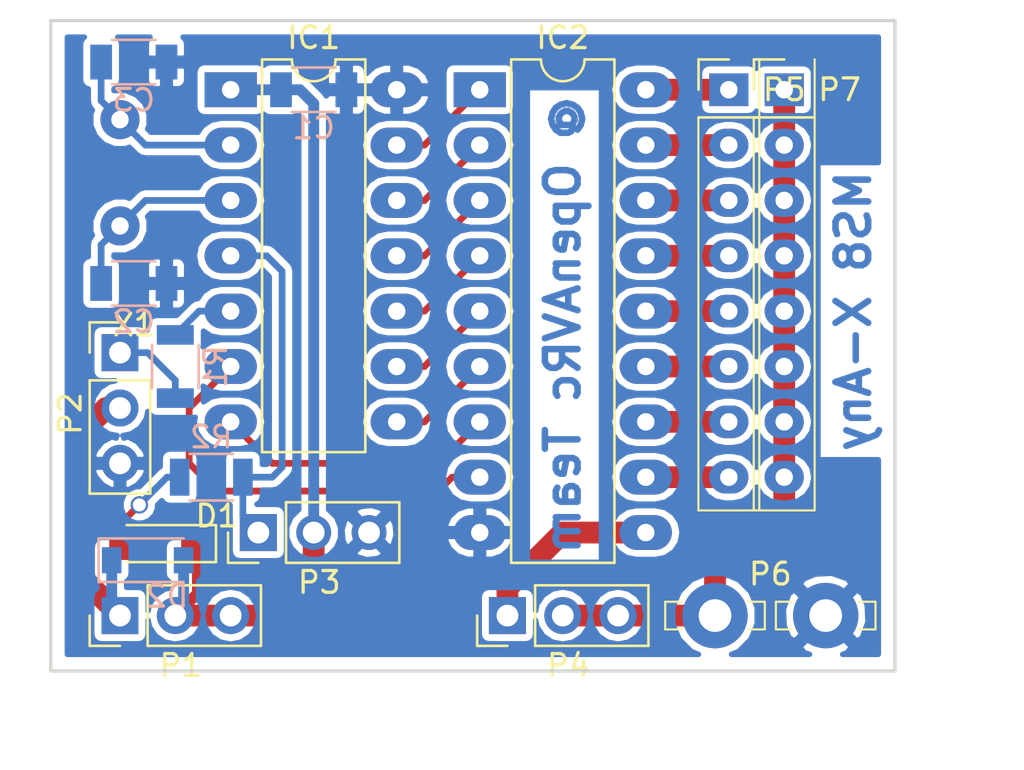
<source format=kicad_pcb>
(kicad_pcb (version 4) (host pcbnew 4.0.7)

  (general
    (links 51)
    (no_connects 0)
    (area 133.274999 88.189999 172.160001 118.185001)
    (thickness 1.6)
    (drawings 12)
    (tracks 93)
    (zones 0)
    (modules 17)
    (nets 28)
  )

  (page A4)
  (title_block
    (title "Decodeur Multi Switch  8 voies")
    (date 2018-12-01)
    (rev 0.1)
    (company OpenAVRc)
  )

  (layers
    (0 F.Cu signal)
    (31 B.Cu signal)
    (32 B.Adhes user)
    (33 F.Adhes user)
    (34 B.Paste user)
    (35 F.Paste user)
    (36 B.SilkS user)
    (37 F.SilkS user)
    (38 B.Mask user)
    (39 F.Mask user)
    (40 Dwgs.User user)
    (41 Cmts.User user)
    (42 Eco1.User user)
    (43 Eco2.User user)
    (44 Edge.Cuts user hide)
    (45 Margin user)
    (46 B.CrtYd user)
    (47 F.CrtYd user)
    (48 B.Fab user)
    (49 F.Fab user)
  )

  (setup
    (last_trace_width 1)
    (user_trace_width 0.31)
    (user_trace_width 0.5)
    (user_trace_width 1)
    (trace_clearance 0.31)
    (zone_clearance 0.3)
    (zone_45_only no)
    (trace_min 0.31)
    (segment_width 0.2)
    (edge_width 0.15)
    (via_size 0.8)
    (via_drill 0.6)
    (via_min_size 0.8)
    (via_min_drill 0.6)
    (uvia_size 0.3)
    (uvia_drill 0.1)
    (uvias_allowed no)
    (uvia_min_size 0.2)
    (uvia_min_drill 0.1)
    (pcb_text_width 0.3)
    (pcb_text_size 1.5 1.5)
    (mod_edge_width 0.15)
    (mod_text_size 1 1)
    (mod_text_width 0.15)
    (pad_size 1.6 1.6)
    (pad_drill 1)
    (pad_to_mask_clearance 0.2)
    (aux_axis_origin 133.35 118.11)
    (grid_origin 133.35 118.11)
    (visible_elements 7FFFFFFF)
    (pcbplotparams
      (layerselection 0x00000_00000000)
      (usegerberextensions false)
      (excludeedgelayer false)
      (linewidth 0.100000)
      (plotframeref false)
      (viasonmask false)
      (mode 1)
      (useauxorigin false)
      (hpglpennumber 1)
      (hpglpenspeed 20)
      (hpglpendiameter 15)
      (hpglpenoverlay 2)
      (psnegative false)
      (psa4output false)
      (plotreference true)
      (plotvalue true)
      (plotinvisibletext false)
      (padsonsilk false)
      (subtractmaskfromsilk false)
      (outputformat 1)
      (mirror false)
      (drillshape 0)
      (scaleselection 1)
      (outputdirectory Gerber/))
  )

  (net 0 "")
  (net 1 GND)
  (net 2 +5V)
  (net 3 "Net-(C2-Pad1)")
  (net 4 "Net-(IC1-Pad8)")
  (net 5 "Net-(IC1-Pad9)")
  (net 6 "Net-(IC1-Pad10)")
  (net 7 "Net-(IC1-Pad4)")
  (net 8 "Net-(IC1-Pad11)")
  (net 9 "Net-(IC1-Pad5)")
  (net 10 "Net-(IC1-Pad12)")
  (net 11 "Net-(IC1-Pad6)")
  (net 12 "Net-(IC1-Pad13)")
  (net 13 "Net-(IC1-Pad7)")
  (net 14 "Net-(C3-Pad1)")
  (net 15 "Net-(IC2-Pad10)")
  (net 16 "Net-(IC2-Pad11)")
  (net 17 "Net-(IC2-Pad12)")
  (net 18 "Net-(IC2-Pad13)")
  (net 19 "Net-(IC2-Pad14)")
  (net 20 "Net-(IC2-Pad15)")
  (net 21 "Net-(IC2-Pad16)")
  (net 22 "Net-(IC2-Pad17)")
  (net 23 "Net-(IC2-Pad18)")
  (net 24 "Net-(D1-Pad2)")
  (net 25 "Net-(P2-Pad1)")
  (net 26 +6V)
  (net 27 "Net-(P4-Pad2)")

  (net_class Default "Ceci est la Netclass par défaut"
    (clearance 0.31)
    (trace_width 0.31)
    (via_dia 0.8)
    (via_drill 0.6)
    (uvia_dia 0.3)
    (uvia_drill 0.1)
    (add_net +6V)
    (add_net "Net-(C2-Pad1)")
    (add_net "Net-(C3-Pad1)")
    (add_net "Net-(D1-Pad2)")
    (add_net "Net-(IC1-Pad10)")
    (add_net "Net-(IC1-Pad11)")
    (add_net "Net-(IC1-Pad12)")
    (add_net "Net-(IC1-Pad13)")
    (add_net "Net-(IC1-Pad4)")
    (add_net "Net-(IC1-Pad5)")
    (add_net "Net-(IC1-Pad6)")
    (add_net "Net-(IC1-Pad7)")
    (add_net "Net-(IC1-Pad8)")
    (add_net "Net-(IC1-Pad9)")
    (add_net "Net-(IC2-Pad10)")
    (add_net "Net-(IC2-Pad11)")
    (add_net "Net-(IC2-Pad12)")
    (add_net "Net-(IC2-Pad13)")
    (add_net "Net-(IC2-Pad14)")
    (add_net "Net-(IC2-Pad15)")
    (add_net "Net-(IC2-Pad16)")
    (add_net "Net-(IC2-Pad17)")
    (add_net "Net-(IC2-Pad18)")
    (add_net "Net-(P2-Pad1)")
    (add_net "Net-(P4-Pad2)")
  )

  (net_class Alim ""
    (clearance 0.31)
    (trace_width 0.5)
    (via_dia 0.8)
    (via_drill 0.6)
    (uvia_dia 0.3)
    (uvia_drill 0.1)
    (add_net +5V)
    (add_net GND)
  )

  (module Pin_Header_Straight_1x09_Pitch2.54mm (layer F.Cu) (tedit 5C152E7F) (tstamp 5C152D45)
    (at 167.005 91.44)
    (descr "Through hole straight pin header, 1x09, 2.54mm pitch, single row")
    (tags "Through hole pin header THT 1x09 2.54mm single row")
    (path /5C152E6C)
    (fp_text reference P7 (at 2.54 0) (layer F.SilkS)
      (effects (font (size 1 1) (thickness 0.15)))
    )
    (fp_text value OUTPUT_1X8_ALIM (at 0 9.525 90) (layer F.Fab)
      (effects (font (size 1 1) (thickness 0.15)))
    )
    (fp_line (start -1.397 17.145) (end -1.397 19.304) (layer F.SilkS) (width 0.1))
    (fp_line (start -1.397 19.304) (end 1.397 19.304) (layer F.SilkS) (width 0.1))
    (fp_line (start 1.397 19.304) (end 1.397 17.145) (layer F.SilkS) (width 0.1))
    (fp_line (start -1.27 17.145) (end -1.27 19.05) (layer F.Fab) (width 0.1))
    (fp_line (start -1.27 19.05) (end 1.27 19.05) (layer F.Fab) (width 0.1))
    (fp_line (start 1.27 19.05) (end 1.27 17.145) (layer F.Fab) (width 0.1))
    (fp_line (start -1.397 17.145) (end -1.397 1.27) (layer F.SilkS) (width 0.1))
    (fp_line (start 1.397 17.145) (end 1.397 -1.397) (layer F.SilkS) (width 0.1))
    (fp_line (start 1.27 -1.27) (end 1.27 17.145) (layer F.Fab) (width 0.1))
    (fp_line (start -1.27 17.145) (end -1.27 -1.27) (layer F.Fab) (width 0.1))
    (fp_line (start 1.27 -1.27) (end -1.27 -1.27) (layer F.Fab) (width 0.1))
    (fp_line (start 1.39 1.27) (end -1.39 1.27) (layer F.SilkS) (width 0.12))
    (fp_line (start -1.39 0) (end -1.39 -1.39) (layer F.SilkS) (width 0.12))
    (fp_line (start -1.39 -1.39) (end 0 -1.39) (layer F.SilkS) (width 0.12))
    (fp_line (start -1.6 -1.6) (end -1.6 21.9) (layer F.CrtYd) (width 0.05))
    (fp_line (start -1.6 21.9) (end 1.6 21.9) (layer F.CrtYd) (width 0.05))
    (fp_line (start 1.6 21.9) (end 1.6 -1.6) (layer F.CrtYd) (width 0.05))
    (fp_line (start 1.6 -1.6) (end -1.6 -1.6) (layer F.CrtYd) (width 0.05))
    (pad 1 thru_hole rect (at 0 0) (size 1.8 1.5) (drill 0.8) (layers *.Cu *.Mask)
      (net 27 "Net-(P4-Pad2)"))
    (pad 2 thru_hole oval (at 0 2.54) (size 1.8 1.5) (drill 0.8) (layers *.Cu *.Mask)
      (net 27 "Net-(P4-Pad2)"))
    (pad 3 thru_hole oval (at 0 5.08) (size 1.8 1.5) (drill 0.8) (layers *.Cu *.Mask)
      (net 27 "Net-(P4-Pad2)"))
    (pad 4 thru_hole oval (at 0 7.62) (size 1.8 1.5) (drill 0.8) (layers *.Cu *.Mask)
      (net 27 "Net-(P4-Pad2)"))
    (pad 5 thru_hole oval (at 0 10.16) (size 1.8 1.5) (drill 0.8) (layers *.Cu *.Mask)
      (net 27 "Net-(P4-Pad2)"))
    (pad 6 thru_hole oval (at 0 12.7) (size 1.8 1.5) (drill 0.8) (layers *.Cu *.Mask)
      (net 27 "Net-(P4-Pad2)"))
    (pad 7 thru_hole oval (at 0 15.24) (size 1.8 1.5) (drill 0.8) (layers *.Cu *.Mask)
      (net 27 "Net-(P4-Pad2)"))
    (pad 8 thru_hole oval (at 0 17.78) (size 1.8 1.5) (drill 0.8) (layers *.Cu *.Mask)
      (net 27 "Net-(P4-Pad2)"))
    (model Pin_Headers.3dshapes/Pin_Header_Straight_1x08_Pitch2.54mm.wrl
      (at (xyz 0 0 0))
      (scale (xyz 1 1 1))
      (rotate (xyz 0 0 0))
    )
  )

  (module DIP-14_W7.62mm_LongPads (layer F.Cu) (tedit 5C15265B) (tstamp 5C0C0B24)
    (at 141.605 91.44)
    (descr "14-lead dip package, row spacing 7.62 mm (300 mils), LongPads")
    (tags "DIL DIP PDIP 2.54mm 7.62mm 300mil LongPads")
    (path /5C0946AD)
    (fp_text reference IC1 (at 3.81 -2.39) (layer F.SilkS)
      (effects (font (size 1 1) (thickness 0.15)))
    )
    (fp_text value ATTINY84-P (at 3.937 10.922 90) (layer F.Fab)
      (effects (font (size 1 1) (thickness 0.15)))
    )
    (fp_text user %R (at 3.683 2.794) (layer F.Fab)
      (effects (font (size 1 1) (thickness 0.15)))
    )
    (fp_line (start 1.635 -1.27) (end 6.985 -1.27) (layer F.Fab) (width 0.1))
    (fp_line (start 6.985 -1.27) (end 6.985 16.51) (layer F.Fab) (width 0.1))
    (fp_line (start 6.985 16.51) (end 0.635 16.51) (layer F.Fab) (width 0.1))
    (fp_line (start 0.635 16.51) (end 0.635 -0.27) (layer F.Fab) (width 0.1))
    (fp_line (start 0.635 -0.27) (end 1.635 -1.27) (layer F.Fab) (width 0.1))
    (fp_line (start 2.81 -1.39) (end 1.44 -1.39) (layer F.SilkS) (width 0.12))
    (fp_line (start 1.44 -1.39) (end 1.44 16.63) (layer F.SilkS) (width 0.12))
    (fp_line (start 1.44 16.63) (end 6.18 16.63) (layer F.SilkS) (width 0.12))
    (fp_line (start 6.18 16.63) (end 6.18 -1.39) (layer F.SilkS) (width 0.12))
    (fp_line (start 6.18 -1.39) (end 4.81 -1.39) (layer F.SilkS) (width 0.12))
    (fp_line (start -1.5 -1.6) (end -1.5 16.8) (layer F.CrtYd) (width 0.05))
    (fp_line (start -1.5 16.8) (end 9.1 16.8) (layer F.CrtYd) (width 0.05))
    (fp_line (start 9.1 16.8) (end 9.1 -1.6) (layer F.CrtYd) (width 0.05))
    (fp_line (start 9.1 -1.6) (end -1.5 -1.6) (layer F.CrtYd) (width 0.05))
    (fp_arc (start 3.81 -1.39) (end 2.81 -1.39) (angle -180) (layer F.SilkS) (width 0.12))
    (pad 1 thru_hole rect (at 0 0) (size 2.4 1.6) (drill 0.8) (layers *.Cu *.Mask)
      (net 2 +5V))
    (pad 8 thru_hole oval (at 7.62 15.24) (size 2.4 1.6) (drill 0.8) (layers *.Cu *.Mask)
      (net 4 "Net-(IC1-Pad8)"))
    (pad 2 thru_hole oval (at 0 2.54) (size 2.4 1.6) (drill 0.8) (layers *.Cu *.Mask)
      (net 14 "Net-(C3-Pad1)"))
    (pad 9 thru_hole oval (at 7.62 12.7) (size 2.4 1.6) (drill 0.8) (layers *.Cu *.Mask)
      (net 5 "Net-(IC1-Pad9)"))
    (pad 3 thru_hole oval (at 0 5.08) (size 2.4 1.6) (drill 0.8) (layers *.Cu *.Mask)
      (net 3 "Net-(C2-Pad1)"))
    (pad 10 thru_hole oval (at 7.62 10.16) (size 2.4 1.6) (drill 0.8) (layers *.Cu *.Mask)
      (net 6 "Net-(IC1-Pad10)"))
    (pad 4 thru_hole oval (at 0 7.62) (size 2.4 1.6) (drill 0.8) (layers *.Cu *.Mask)
      (net 7 "Net-(IC1-Pad4)"))
    (pad 11 thru_hole oval (at 7.62 7.62) (size 2.4 1.6) (drill 0.8) (layers *.Cu *.Mask)
      (net 8 "Net-(IC1-Pad11)"))
    (pad 5 thru_hole oval (at 0 10.16) (size 2.4 1.6) (drill 0.8) (layers *.Cu *.Mask)
      (net 9 "Net-(IC1-Pad5)"))
    (pad 12 thru_hole oval (at 7.62 5.08) (size 2.4 1.6) (drill 0.8) (layers *.Cu *.Mask)
      (net 10 "Net-(IC1-Pad12)"))
    (pad 6 thru_hole oval (at 0 12.7) (size 2.4 1.6) (drill 0.8) (layers *.Cu *.Mask)
      (net 11 "Net-(IC1-Pad6)"))
    (pad 13 thru_hole oval (at 7.62 2.54) (size 2.4 1.6) (drill 0.8) (layers *.Cu *.Mask)
      (net 12 "Net-(IC1-Pad13)"))
    (pad 7 thru_hole oval (at 0 15.24) (size 2.4 1.6) (drill 0.8) (layers *.Cu *.Mask)
      (net 13 "Net-(IC1-Pad7)"))
    (pad 14 thru_hole oval (at 7.62 0) (size 2.4 1.6) (drill 0.8) (layers *.Cu *.Mask)
      (net 1 GND))
    (model ${KISYS3DMOD}/Housings_DIP.3dshapes/DIP-14_W7.62mm_LongPads.wrl
      (at (xyz 0 0 0))
      (scale (xyz 1 1 1))
      (rotate (xyz 0 0 0))
    )
  )

  (module Faston_V-5_08 (layer F.Cu) (tedit 5C1527F6) (tstamp 5C151DAC)
    (at 166.37 115.57 180)
    (descr "Dual banana socket, footprint - 2 x 6mm drills")
    (tags "banana socket")
    (path /5C151C4F)
    (fp_text reference P6 (at 0 1.905 180) (layer F.SilkS)
      (effects (font (size 1 1) (thickness 0.15)))
    )
    (fp_text value VExt (at 0 4.445 180) (layer F.Fab)
      (effects (font (size 1 1) (thickness 0.15)))
    )
    (fp_line (start 4.064 -0.635) (end 4.826 -0.635) (layer F.SilkS) (width 0.1))
    (fp_line (start 4.826 -0.635) (end 4.826 0.635) (layer F.SilkS) (width 0.1))
    (fp_line (start 4.826 0.635) (end 4.064 0.635) (layer F.SilkS) (width 0.1))
    (fp_line (start 1.016 -0.635) (end 0.254 -0.635) (layer F.SilkS) (width 0.1))
    (fp_line (start 0.254 -0.635) (end 0.254 0.635) (layer F.SilkS) (width 0.1))
    (fp_line (start 0.254 0.635) (end 1.016 0.635) (layer F.SilkS) (width 0.1))
    (fp_line (start -1.016 -0.635) (end -0.254 -0.635) (layer F.SilkS) (width 0.1))
    (fp_line (start -0.254 -0.635) (end -0.254 0.635) (layer F.SilkS) (width 0.1))
    (fp_line (start -0.254 0.635) (end -1.016 0.635) (layer F.SilkS) (width 0.1))
    (fp_line (start -4.064 -0.635) (end -4.826 -0.635) (layer F.SilkS) (width 0.1))
    (fp_line (start -4.826 -0.635) (end -4.826 0.635) (layer F.SilkS) (width 0.1))
    (fp_line (start -4.826 0.635) (end -4.064 0.635) (layer F.SilkS) (width 0.1))
    (fp_line (start 0.254 -0.635) (end 0.254 0.635) (layer F.Fab) (width 0.1))
    (fp_line (start 0.254 0.635) (end 4.826 0.635) (layer F.Fab) (width 0.1))
    (fp_line (start 4.826 0.635) (end 4.826 -0.635) (layer F.Fab) (width 0.1))
    (fp_line (start 4.826 -0.635) (end 0.254 -0.635) (layer F.Fab) (width 0.1))
    (fp_line (start -4.826 -0.635) (end -4.826 0.635) (layer F.Fab) (width 0.1))
    (fp_line (start -4.826 0.635) (end -0.254 0.635) (layer F.Fab) (width 0.1))
    (fp_line (start -0.254 0.635) (end -0.254 -0.635) (layer F.Fab) (width 0.1))
    (fp_line (start -0.254 -0.635) (end -4.826 -0.635) (layer F.Fab) (width 0.1))
    (pad 2 thru_hole circle (at 2.54 0 180) (size 3 3) (drill 1.5) (layers *.Cu *.Mask)
      (net 27 "Net-(P4-Pad2)"))
    (pad 1 thru_hole circle (at -2.54 0 180) (size 3 3) (drill 1.5) (layers *.Cu *.Mask)
      (net 1 GND))
  )

  (module Pin_Header_Straight_1x09_Pitch2.54mm (layer F.Cu) (tedit 5C15222E) (tstamp 5C151DA1)
    (at 164.465 91.44)
    (descr "Through hole straight pin header, 1x09, 2.54mm pitch, single row")
    (tags "Through hole pin header THT 1x09 2.54mm single row")
    (path /5C1519E9)
    (fp_text reference P5 (at 2.54 0) (layer F.SilkS)
      (effects (font (size 1 1) (thickness 0.15)))
    )
    (fp_text value OUTPUT_1X8 (at 0 9.525 90) (layer F.Fab)
      (effects (font (size 1 1) (thickness 0.15)))
    )
    (fp_line (start -1.397 17.145) (end -1.397 19.304) (layer F.SilkS) (width 0.1))
    (fp_line (start -1.397 19.304) (end 1.397 19.304) (layer F.SilkS) (width 0.1))
    (fp_line (start 1.397 19.304) (end 1.397 17.145) (layer F.SilkS) (width 0.1))
    (fp_line (start -1.27 17.145) (end -1.27 19.05) (layer F.Fab) (width 0.1))
    (fp_line (start -1.27 19.05) (end 1.27 19.05) (layer F.Fab) (width 0.1))
    (fp_line (start 1.27 19.05) (end 1.27 17.145) (layer F.Fab) (width 0.1))
    (fp_line (start -1.397 17.145) (end -1.397 1.27) (layer F.SilkS) (width 0.1))
    (fp_line (start 1.397 17.145) (end 1.397 -1.397) (layer F.SilkS) (width 0.1))
    (fp_line (start 1.27 -1.27) (end 1.27 17.145) (layer F.Fab) (width 0.1))
    (fp_line (start -1.27 17.145) (end -1.27 -1.27) (layer F.Fab) (width 0.1))
    (fp_line (start 1.27 -1.27) (end -1.27 -1.27) (layer F.Fab) (width 0.1))
    (fp_line (start 1.39 1.27) (end -1.39 1.27) (layer F.SilkS) (width 0.12))
    (fp_line (start -1.39 0) (end -1.39 -1.39) (layer F.SilkS) (width 0.12))
    (fp_line (start -1.39 -1.39) (end 0 -1.39) (layer F.SilkS) (width 0.12))
    (fp_line (start -1.6 -1.6) (end -1.6 21.9) (layer F.CrtYd) (width 0.05))
    (fp_line (start -1.6 21.9) (end 1.6 21.9) (layer F.CrtYd) (width 0.05))
    (fp_line (start 1.6 21.9) (end 1.6 -1.6) (layer F.CrtYd) (width 0.05))
    (fp_line (start 1.6 -1.6) (end -1.6 -1.6) (layer F.CrtYd) (width 0.05))
    (pad 1 thru_hole rect (at 0 0) (size 1.8 1.5) (drill 0.8) (layers *.Cu *.Mask)
      (net 23 "Net-(IC2-Pad18)"))
    (pad 2 thru_hole oval (at 0 2.54) (size 1.8 1.5) (drill 0.8) (layers *.Cu *.Mask)
      (net 22 "Net-(IC2-Pad17)"))
    (pad 3 thru_hole oval (at 0 5.08) (size 1.8 1.5) (drill 0.8) (layers *.Cu *.Mask)
      (net 21 "Net-(IC2-Pad16)"))
    (pad 4 thru_hole oval (at 0 7.62) (size 1.8 1.5) (drill 0.8) (layers *.Cu *.Mask)
      (net 20 "Net-(IC2-Pad15)"))
    (pad 5 thru_hole oval (at 0 10.16) (size 1.8 1.5) (drill 0.8) (layers *.Cu *.Mask)
      (net 19 "Net-(IC2-Pad14)"))
    (pad 6 thru_hole oval (at 0 12.7) (size 1.8 1.5) (drill 0.8) (layers *.Cu *.Mask)
      (net 18 "Net-(IC2-Pad13)"))
    (pad 7 thru_hole oval (at 0 15.24) (size 1.8 1.5) (drill 0.8) (layers *.Cu *.Mask)
      (net 17 "Net-(IC2-Pad12)"))
    (pad 8 thru_hole oval (at 0 17.78) (size 1.8 1.5) (drill 0.8) (layers *.Cu *.Mask)
      (net 16 "Net-(IC2-Pad11)"))
    (model Pin_Headers.3dshapes/Pin_Header_Straight_1x08_Pitch2.54mm.wrl
      (at (xyz 0 0 0))
      (scale (xyz 1 1 1))
      (rotate (xyz 0 0 0))
    )
  )

  (module HC-39 (layer F.Cu) (tedit 5C0926EC) (tstamp 5C0A7A02)
    (at 136.525 95.25 270)
    (path /5C07AE60)
    (fp_text reference X1 (at 6.985 -0.635 360) (layer F.SilkS)
      (effects (font (size 1 1) (thickness 0.15)))
    )
    (fp_text value 16Mhz (at 0 -0.5 270) (layer F.Fab)
      (effects (font (size 1 1) (thickness 0.15)))
    )
    (fp_arc (start 3.3 0) (end 5.3 0) (angle 90) (layer F.Fab) (width 0.1))
    (fp_arc (start 3.3 0) (end 3.3 -2) (angle 90) (layer F.Fab) (width 0.1))
    (fp_arc (start -3.3 0) (end -3.3 2) (angle 90) (layer F.Fab) (width 0.1))
    (fp_arc (start -3.3 0) (end -5.3 0) (angle 90) (layer F.Fab) (width 0.1))
    (fp_line (start 3.4 -2) (end -3.4 -2) (layer F.Fab) (width 0.1))
    (fp_line (start 3.4 2) (end -3.4 2) (layer F.Fab) (width 0.1))
    (fp_line (start -3.3 2.4) (end 3.3 2.4) (layer F.Fab) (width 0.1))
    (fp_line (start 3.3 -2.4) (end -3.3 -2.4) (layer F.Fab) (width 0.1))
    (fp_arc (start 3.3 0) (end 5.7 0) (angle 90) (layer F.Fab) (width 0.1))
    (fp_arc (start 3.3 0) (end 3.3 -2.4) (angle 90) (layer F.Fab) (width 0.1))
    (fp_arc (start -3.3 0) (end -3.3 2.4) (angle 90) (layer F.Fab) (width 0.1))
    (fp_arc (start -3.3 0) (end -5.7 0) (angle 90) (layer F.Fab) (width 0.1))
    (pad 1 thru_hole circle (at -2.44 0 270) (size 1.8 1.8) (drill 0.8) (layers *.Cu *.Mask)
      (net 14 "Net-(C3-Pad1)"))
    (pad 2 thru_hole circle (at 2.44 0 270) (size 1.8 1.8) (drill 0.8) (layers *.Cu *.Mask)
      (net 3 "Net-(C2-Pad1)"))
    (model Crystals.3dshapes/Crystal_HC18-U_Vertical.wrl
      (at (xyz -0.05 0 0))
      (scale (xyz 0.3 0.3 0.1))
      (rotate (xyz 0 0 0))
    )
  )

  (module C_1206 (layer B.Cu) (tedit 58AA84B8) (tstamp 5C026AAE)
    (at 145.415 91.44)
    (descr "Capacitor SMD 1206, reflow soldering, AVX (see smccp.pdf)")
    (tags "capacitor 1206")
    (path /5C07B782)
    (attr smd)
    (fp_text reference C1 (at 0 1.75) (layer B.SilkS)
      (effects (font (size 1 1) (thickness 0.15)) (justify mirror))
    )
    (fp_text value 100nF (at 0 -2) (layer B.Fab)
      (effects (font (size 1 1) (thickness 0.15)) (justify mirror))
    )
    (fp_text user %R (at 0 1.75) (layer B.Fab)
      (effects (font (size 1 1) (thickness 0.15)) (justify mirror))
    )
    (fp_line (start -1.6 -0.8) (end -1.6 0.8) (layer B.Fab) (width 0.1))
    (fp_line (start 1.6 -0.8) (end -1.6 -0.8) (layer B.Fab) (width 0.1))
    (fp_line (start 1.6 0.8) (end 1.6 -0.8) (layer B.Fab) (width 0.1))
    (fp_line (start -1.6 0.8) (end 1.6 0.8) (layer B.Fab) (width 0.1))
    (fp_line (start 1 1.02) (end -1 1.02) (layer B.SilkS) (width 0.12))
    (fp_line (start -1 -1.02) (end 1 -1.02) (layer B.SilkS) (width 0.12))
    (fp_line (start -2.25 1.05) (end 2.25 1.05) (layer B.CrtYd) (width 0.05))
    (fp_line (start -2.25 1.05) (end -2.25 -1.05) (layer B.CrtYd) (width 0.05))
    (fp_line (start 2.25 -1.05) (end 2.25 1.05) (layer B.CrtYd) (width 0.05))
    (fp_line (start 2.25 -1.05) (end -2.25 -1.05) (layer B.CrtYd) (width 0.05))
    (pad 1 smd rect (at -1.5 0) (size 1 1.6) (layers B.Cu B.Paste B.Mask)
      (net 2 +5V))
    (pad 2 smd rect (at 1.5 0) (size 1 1.6) (layers B.Cu B.Paste B.Mask)
      (net 1 GND))
    (model Capacitors_SMD.3dshapes/C_1206.wrl
      (at (xyz 0 0 0))
      (scale (xyz 1 1 1))
      (rotate (xyz 0 0 0))
    )
  )

  (module C_1206 (layer B.Cu) (tedit 58AA84B8) (tstamp 5C07B05D)
    (at 137.16 100.33)
    (descr "Capacitor SMD 1206, reflow soldering, AVX (see smccp.pdf)")
    (tags "capacitor 1206")
    (path /5C07B507)
    (attr smd)
    (fp_text reference C2 (at 0 1.75) (layer B.SilkS)
      (effects (font (size 1 1) (thickness 0.15)) (justify mirror))
    )
    (fp_text value 100nF (at 0 -2) (layer B.Fab)
      (effects (font (size 1 1) (thickness 0.15)) (justify mirror))
    )
    (fp_text user %R (at 0 1.75) (layer B.Fab)
      (effects (font (size 1 1) (thickness 0.15)) (justify mirror))
    )
    (fp_line (start -1.6 -0.8) (end -1.6 0.8) (layer B.Fab) (width 0.1))
    (fp_line (start 1.6 -0.8) (end -1.6 -0.8) (layer B.Fab) (width 0.1))
    (fp_line (start 1.6 0.8) (end 1.6 -0.8) (layer B.Fab) (width 0.1))
    (fp_line (start -1.6 0.8) (end 1.6 0.8) (layer B.Fab) (width 0.1))
    (fp_line (start 1 1.02) (end -1 1.02) (layer B.SilkS) (width 0.12))
    (fp_line (start -1 -1.02) (end 1 -1.02) (layer B.SilkS) (width 0.12))
    (fp_line (start -2.25 1.05) (end 2.25 1.05) (layer B.CrtYd) (width 0.05))
    (fp_line (start -2.25 1.05) (end -2.25 -1.05) (layer B.CrtYd) (width 0.05))
    (fp_line (start 2.25 -1.05) (end 2.25 1.05) (layer B.CrtYd) (width 0.05))
    (fp_line (start 2.25 -1.05) (end -2.25 -1.05) (layer B.CrtYd) (width 0.05))
    (pad 1 smd rect (at -1.5 0) (size 1 1.6) (layers B.Cu B.Paste B.Mask)
      (net 3 "Net-(C2-Pad1)"))
    (pad 2 smd rect (at 1.5 0) (size 1 1.6) (layers B.Cu B.Paste B.Mask)
      (net 1 GND))
    (model Capacitors_SMD.3dshapes/C_1206.wrl
      (at (xyz 0 0 0))
      (scale (xyz 1 1 1))
      (rotate (xyz 0 0 0))
    )
  )

  (module C_1206 (layer B.Cu) (tedit 58AA84B8) (tstamp 5C07B06E)
    (at 137.16 90.17)
    (descr "Capacitor SMD 1206, reflow soldering, AVX (see smccp.pdf)")
    (tags "capacitor 1206")
    (path /5C07B48B)
    (attr smd)
    (fp_text reference C3 (at 0 1.75) (layer B.SilkS)
      (effects (font (size 1 1) (thickness 0.15)) (justify mirror))
    )
    (fp_text value 100nF (at 0 -2) (layer B.Fab)
      (effects (font (size 1 1) (thickness 0.15)) (justify mirror))
    )
    (fp_text user %R (at 0 1.75) (layer B.Fab)
      (effects (font (size 1 1) (thickness 0.15)) (justify mirror))
    )
    (fp_line (start -1.6 -0.8) (end -1.6 0.8) (layer B.Fab) (width 0.1))
    (fp_line (start 1.6 -0.8) (end -1.6 -0.8) (layer B.Fab) (width 0.1))
    (fp_line (start 1.6 0.8) (end 1.6 -0.8) (layer B.Fab) (width 0.1))
    (fp_line (start -1.6 0.8) (end 1.6 0.8) (layer B.Fab) (width 0.1))
    (fp_line (start 1 1.02) (end -1 1.02) (layer B.SilkS) (width 0.12))
    (fp_line (start -1 -1.02) (end 1 -1.02) (layer B.SilkS) (width 0.12))
    (fp_line (start -2.25 1.05) (end 2.25 1.05) (layer B.CrtYd) (width 0.05))
    (fp_line (start -2.25 1.05) (end -2.25 -1.05) (layer B.CrtYd) (width 0.05))
    (fp_line (start 2.25 -1.05) (end 2.25 1.05) (layer B.CrtYd) (width 0.05))
    (fp_line (start 2.25 -1.05) (end -2.25 -1.05) (layer B.CrtYd) (width 0.05))
    (pad 1 smd rect (at -1.5 0) (size 1 1.6) (layers B.Cu B.Paste B.Mask)
      (net 14 "Net-(C3-Pad1)"))
    (pad 2 smd rect (at 1.5 0) (size 1 1.6) (layers B.Cu B.Paste B.Mask)
      (net 1 GND))
    (model Capacitors_SMD.3dshapes/C_1206.wrl
      (at (xyz 0 0 0))
      (scale (xyz 1 1 1))
      (rotate (xyz 0 0 0))
    )
  )

  (module LED_1206 (layer F.Cu) (tedit 5C152800) (tstamp 5C0EAF53)
    (at 138.43 112.268 180)
    (descr "LED 1206 smd package")
    (tags "LED led 1206 SMD smd SMT smt smdled SMDLED smtled SMTLED")
    (path /5C0935CD)
    (attr smd)
    (fp_text reference D1 (at -2.54 1.27 180) (layer F.SilkS)
      (effects (font (size 1 1) (thickness 0.15)))
    )
    (fp_text value LED (at 3.175 -0.127 180) (layer F.Fab)
      (effects (font (size 1 1) (thickness 0.15)))
    )
    (fp_line (start -2.5 -0.85) (end -2.5 0.85) (layer F.SilkS) (width 0.12))
    (fp_line (start -0.45 -0.4) (end -0.45 0.4) (layer F.Fab) (width 0.1))
    (fp_line (start -0.4 0) (end 0.2 -0.4) (layer F.Fab) (width 0.1))
    (fp_line (start 0.2 0.4) (end -0.4 0) (layer F.Fab) (width 0.1))
    (fp_line (start 0.2 -0.4) (end 0.2 0.4) (layer F.Fab) (width 0.1))
    (fp_line (start 1.6 0.8) (end -1.6 0.8) (layer F.Fab) (width 0.1))
    (fp_line (start 1.6 -0.8) (end 1.6 0.8) (layer F.Fab) (width 0.1))
    (fp_line (start -1.6 -0.8) (end 1.6 -0.8) (layer F.Fab) (width 0.1))
    (fp_line (start -1.6 0.8) (end -1.6 -0.8) (layer F.Fab) (width 0.1))
    (fp_line (start -2.45 0.85) (end 1.6 0.85) (layer F.SilkS) (width 0.12))
    (fp_line (start -2.45 -0.85) (end 1.6 -0.85) (layer F.SilkS) (width 0.12))
    (fp_line (start 2.65 -1) (end 2.65 1) (layer F.CrtYd) (width 0.05))
    (fp_line (start 2.65 1) (end -2.65 1) (layer F.CrtYd) (width 0.05))
    (fp_line (start -2.65 1) (end -2.65 -1) (layer F.CrtYd) (width 0.05))
    (fp_line (start -2.65 -1) (end 2.65 -1) (layer F.CrtYd) (width 0.05))
    (pad 2 smd rect (at 1.65 0) (size 1.5 1.5) (layers F.Cu F.Paste F.Mask)
      (net 24 "Net-(D1-Pad2)"))
    (pad 1 smd rect (at -1.65 0) (size 1.5 1.5) (layers F.Cu F.Paste F.Mask)
      (net 2 +5V))
    (model ${KISYS3DMOD}/LEDs.3dshapes/LED_1206.wrl
      (at (xyz 0 0 0))
      (scale (xyz 1 1 1))
      (rotate (xyz 0 0 180))
    )
  )

  (module R_1206 (layer B.Cu) (tedit 58E0A804) (tstamp 5C0939DA)
    (at 140.716 109.22 180)
    (descr "Resistor SMD 1206, reflow soldering, Vishay (see dcrcw.pdf)")
    (tags "resistor 1206")
    (path /5C0934C1)
    (attr smd)
    (fp_text reference R2 (at 0 1.85 180) (layer B.SilkS)
      (effects (font (size 1 1) (thickness 0.15)) (justify mirror))
    )
    (fp_text value 330 (at 0 -1.95 180) (layer B.Fab)
      (effects (font (size 1 1) (thickness 0.15)) (justify mirror))
    )
    (fp_text user %R (at 0 0 180) (layer B.Fab)
      (effects (font (size 0.7 0.7) (thickness 0.105)) (justify mirror))
    )
    (fp_line (start -1.6 -0.8) (end -1.6 0.8) (layer B.Fab) (width 0.1))
    (fp_line (start 1.6 -0.8) (end -1.6 -0.8) (layer B.Fab) (width 0.1))
    (fp_line (start 1.6 0.8) (end 1.6 -0.8) (layer B.Fab) (width 0.1))
    (fp_line (start -1.6 0.8) (end 1.6 0.8) (layer B.Fab) (width 0.1))
    (fp_line (start 1 -1.07) (end -1 -1.07) (layer B.SilkS) (width 0.12))
    (fp_line (start -1 1.07) (end 1 1.07) (layer B.SilkS) (width 0.12))
    (fp_line (start -2.15 1.11) (end 2.15 1.11) (layer B.CrtYd) (width 0.05))
    (fp_line (start -2.15 1.11) (end -2.15 -1.1) (layer B.CrtYd) (width 0.05))
    (fp_line (start 2.15 -1.1) (end 2.15 1.11) (layer B.CrtYd) (width 0.05))
    (fp_line (start 2.15 -1.1) (end -2.15 -1.1) (layer B.CrtYd) (width 0.05))
    (pad 1 smd rect (at -1.45 0 180) (size 0.9 1.7) (layers B.Cu B.Paste B.Mask)
      (net 7 "Net-(IC1-Pad4)"))
    (pad 2 smd rect (at 1.45 0 180) (size 0.9 1.7) (layers B.Cu B.Paste B.Mask)
      (net 24 "Net-(D1-Pad2)"))
    (model ${KISYS3DMOD}/Resistors_SMD.3dshapes/R_1206.wrl
      (at (xyz 0 0 0))
      (scale (xyz 1 1 1))
      (rotate (xyz 0 0 0))
    )
  )

  (module DIP-18_W7.62mm_LongPads (layer F.Cu) (tedit 5C152651) (tstamp 5C0C0B6A)
    (at 153.035 91.44)
    (descr "18-lead dip package, row spacing 7.62 mm (300 mils), LongPads")
    (tags "DIL DIP PDIP 2.54mm 7.62mm 300mil LongPads")
    (path /5C026506)
    (fp_text reference IC2 (at 3.81 -2.39) (layer F.SilkS)
      (effects (font (size 1 1) (thickness 0.15)))
    )
    (fp_text value ULN2803 (at 3.683 15.621 90) (layer F.Fab)
      (effects (font (size 1 1) (thickness 0.15)))
    )
    (fp_text user %R (at 3.683 2.921) (layer F.Fab)
      (effects (font (size 1 1) (thickness 0.15)))
    )
    (fp_line (start 1.635 -1.27) (end 6.985 -1.27) (layer F.Fab) (width 0.1))
    (fp_line (start 6.985 -1.27) (end 6.985 21.59) (layer F.Fab) (width 0.1))
    (fp_line (start 6.985 21.59) (end 0.635 21.59) (layer F.Fab) (width 0.1))
    (fp_line (start 0.635 21.59) (end 0.635 -0.27) (layer F.Fab) (width 0.1))
    (fp_line (start 0.635 -0.27) (end 1.635 -1.27) (layer F.Fab) (width 0.1))
    (fp_line (start 2.81 -1.39) (end 1.44 -1.39) (layer F.SilkS) (width 0.12))
    (fp_line (start 1.44 -1.39) (end 1.44 21.71) (layer F.SilkS) (width 0.12))
    (fp_line (start 1.44 21.71) (end 6.18 21.71) (layer F.SilkS) (width 0.12))
    (fp_line (start 6.18 21.71) (end 6.18 -1.39) (layer F.SilkS) (width 0.12))
    (fp_line (start 6.18 -1.39) (end 4.81 -1.39) (layer F.SilkS) (width 0.12))
    (fp_line (start -1.5 -1.6) (end -1.5 21.9) (layer F.CrtYd) (width 0.05))
    (fp_line (start -1.5 21.9) (end 9.1 21.9) (layer F.CrtYd) (width 0.05))
    (fp_line (start 9.1 21.9) (end 9.1 -1.6) (layer F.CrtYd) (width 0.05))
    (fp_line (start 9.1 -1.6) (end -1.5 -1.6) (layer F.CrtYd) (width 0.05))
    (fp_arc (start 3.81 -1.39) (end 2.81 -1.39) (angle -180) (layer F.SilkS) (width 0.12))
    (pad 1 thru_hole rect (at 0 0) (size 2.4 1.6) (drill 0.8) (layers *.Cu *.Mask)
      (net 12 "Net-(IC1-Pad13)"))
    (pad 10 thru_hole oval (at 7.62 20.32) (size 2.4 1.6) (drill 0.8) (layers *.Cu *.Mask)
      (net 15 "Net-(IC2-Pad10)"))
    (pad 2 thru_hole oval (at 0 2.54) (size 2.4 1.6) (drill 0.8) (layers *.Cu *.Mask)
      (net 10 "Net-(IC1-Pad12)"))
    (pad 11 thru_hole oval (at 7.62 17.78) (size 2.4 1.6) (drill 0.8) (layers *.Cu *.Mask)
      (net 16 "Net-(IC2-Pad11)"))
    (pad 3 thru_hole oval (at 0 5.08) (size 2.4 1.6) (drill 0.8) (layers *.Cu *.Mask)
      (net 8 "Net-(IC1-Pad11)"))
    (pad 12 thru_hole oval (at 7.62 15.24) (size 2.4 1.6) (drill 0.8) (layers *.Cu *.Mask)
      (net 17 "Net-(IC2-Pad12)"))
    (pad 4 thru_hole oval (at 0 7.62) (size 2.4 1.6) (drill 0.8) (layers *.Cu *.Mask)
      (net 6 "Net-(IC1-Pad10)"))
    (pad 13 thru_hole oval (at 7.62 12.7) (size 2.4 1.6) (drill 0.8) (layers *.Cu *.Mask)
      (net 18 "Net-(IC2-Pad13)"))
    (pad 5 thru_hole oval (at 0 10.16) (size 2.4 1.6) (drill 0.8) (layers *.Cu *.Mask)
      (net 5 "Net-(IC1-Pad9)"))
    (pad 14 thru_hole oval (at 7.62 10.16) (size 2.4 1.6) (drill 0.8) (layers *.Cu *.Mask)
      (net 19 "Net-(IC2-Pad14)"))
    (pad 6 thru_hole oval (at 0 12.7) (size 2.4 1.6) (drill 0.8) (layers *.Cu *.Mask)
      (net 4 "Net-(IC1-Pad8)"))
    (pad 15 thru_hole oval (at 7.62 7.62) (size 2.4 1.6) (drill 0.8) (layers *.Cu *.Mask)
      (net 20 "Net-(IC2-Pad15)"))
    (pad 7 thru_hole oval (at 0 15.24) (size 2.4 1.6) (drill 0.8) (layers *.Cu *.Mask)
      (net 13 "Net-(IC1-Pad7)"))
    (pad 16 thru_hole oval (at 7.62 5.08) (size 2.4 1.6) (drill 0.8) (layers *.Cu *.Mask)
      (net 21 "Net-(IC2-Pad16)"))
    (pad 8 thru_hole oval (at 0 17.78) (size 2.4 1.6) (drill 0.8) (layers *.Cu *.Mask)
      (net 11 "Net-(IC1-Pad6)"))
    (pad 17 thru_hole oval (at 7.62 2.54) (size 2.4 1.6) (drill 0.8) (layers *.Cu *.Mask)
      (net 22 "Net-(IC2-Pad17)"))
    (pad 9 thru_hole oval (at 0 20.32) (size 2.4 1.6) (drill 0.8) (layers *.Cu *.Mask)
      (net 1 GND))
    (pad 18 thru_hole oval (at 7.62 0) (size 2.4 1.6) (drill 0.8) (layers *.Cu *.Mask)
      (net 23 "Net-(IC2-Pad18)"))
    (model ${KISYS3DMOD}/Housings_DIP.3dshapes/DIP-18_W7.62mm_LongPads.wrl
      (at (xyz 0 0 0))
      (scale (xyz 1 1 1))
      (rotate (xyz 0 0 0))
    )
  )

  (module Pin_Header_Straight_1x03_Pitch2.54mm (layer F.Cu) (tedit 5C15249C) (tstamp 5C151D34)
    (at 136.525 115.57 90)
    (descr "Through hole straight pin header, 1x03, 2.54mm pitch, single row")
    (tags "Through hole pin header THT 1x03 2.54mm single row")
    (path /5C1523C7)
    (fp_text reference P1 (at -2.286 2.794 180) (layer F.SilkS)
      (effects (font (size 1 1) (thickness 0.15)))
    )
    (fp_text value "+V=VRx / +V<VRx" (at -4.445 1.905 360) (layer F.Fab)
      (effects (font (size 1 1) (thickness 0.15)))
    )
    (fp_line (start -1.27 -1.27) (end -1.27 6.35) (layer F.Fab) (width 0.1))
    (fp_line (start -1.27 6.35) (end 1.27 6.35) (layer F.Fab) (width 0.1))
    (fp_line (start 1.27 6.35) (end 1.27 -1.27) (layer F.Fab) (width 0.1))
    (fp_line (start 1.27 -1.27) (end -1.27 -1.27) (layer F.Fab) (width 0.1))
    (fp_line (start -1.39 1.27) (end -1.39 6.47) (layer F.SilkS) (width 0.12))
    (fp_line (start -1.39 6.47) (end 1.39 6.47) (layer F.SilkS) (width 0.12))
    (fp_line (start 1.39 6.47) (end 1.39 1.27) (layer F.SilkS) (width 0.12))
    (fp_line (start 1.39 1.27) (end -1.39 1.27) (layer F.SilkS) (width 0.12))
    (fp_line (start -1.39 0) (end -1.39 -1.39) (layer F.SilkS) (width 0.12))
    (fp_line (start -1.39 -1.39) (end 0 -1.39) (layer F.SilkS) (width 0.12))
    (fp_line (start -1.6 -1.6) (end -1.6 6.6) (layer F.CrtYd) (width 0.05))
    (fp_line (start -1.6 6.6) (end 1.6 6.6) (layer F.CrtYd) (width 0.05))
    (fp_line (start 1.6 6.6) (end 1.6 -1.6) (layer F.CrtYd) (width 0.05))
    (fp_line (start 1.6 -1.6) (end -1.6 -1.6) (layer F.CrtYd) (width 0.05))
    (pad 1 thru_hole rect (at 0 0 90) (size 1.7 1.7) (drill 1) (layers *.Cu *.Mask)
      (net 26 +6V))
    (pad 2 thru_hole oval (at 0 2.54 90) (size 1.7 1.7) (drill 1) (layers *.Cu *.Mask)
      (net 2 +5V))
    (pad 3 thru_hole oval (at 0 5.08 90) (size 1.7 1.7) (drill 1) (layers *.Cu *.Mask)
      (net 2 +5V))
    (model Pin_Headers.3dshapes/Pin_Header_Straight_1x03_Pitch2.54mm.wrl
      (at (xyz 0 0 0))
      (scale (xyz 1 1 1))
      (rotate (xyz 0 0 0))
    )
  )

  (module Pin_Header_Straight_1x03_Pitch2.54mm (layer F.Cu) (tedit 5C152498) (tstamp 5C151D5C)
    (at 136.525 103.505)
    (descr "Through hole straight pin header, 1x03, 2.54mm pitch, single row")
    (tags "Through hole pin header THT 1x03 2.54mm single row")
    (path /5C07E028)
    (fp_text reference P2 (at -2.286 2.794 90) (layer F.SilkS)
      (effects (font (size 1 1) (thickness 0.15)))
    )
    (fp_text value XANY_INPUT (at -4.445 2.54 90) (layer F.Fab)
      (effects (font (size 1 1) (thickness 0.15)))
    )
    (fp_line (start -1.27 -1.27) (end -1.27 6.35) (layer F.Fab) (width 0.1))
    (fp_line (start -1.27 6.35) (end 1.27 6.35) (layer F.Fab) (width 0.1))
    (fp_line (start 1.27 6.35) (end 1.27 -1.27) (layer F.Fab) (width 0.1))
    (fp_line (start 1.27 -1.27) (end -1.27 -1.27) (layer F.Fab) (width 0.1))
    (fp_line (start -1.39 1.27) (end -1.39 6.47) (layer F.SilkS) (width 0.12))
    (fp_line (start -1.39 6.47) (end 1.39 6.47) (layer F.SilkS) (width 0.12))
    (fp_line (start 1.39 6.47) (end 1.39 1.27) (layer F.SilkS) (width 0.12))
    (fp_line (start 1.39 1.27) (end -1.39 1.27) (layer F.SilkS) (width 0.12))
    (fp_line (start -1.39 0) (end -1.39 -1.39) (layer F.SilkS) (width 0.12))
    (fp_line (start -1.39 -1.39) (end 0 -1.39) (layer F.SilkS) (width 0.12))
    (fp_line (start -1.6 -1.6) (end -1.6 6.6) (layer F.CrtYd) (width 0.05))
    (fp_line (start -1.6 6.6) (end 1.6 6.6) (layer F.CrtYd) (width 0.05))
    (fp_line (start 1.6 6.6) (end 1.6 -1.6) (layer F.CrtYd) (width 0.05))
    (fp_line (start 1.6 -1.6) (end -1.6 -1.6) (layer F.CrtYd) (width 0.05))
    (pad 1 thru_hole rect (at 0 0) (size 1.7 1.7) (drill 1) (layers *.Cu *.Mask)
      (net 25 "Net-(P2-Pad1)"))
    (pad 2 thru_hole oval (at 0 2.54) (size 1.7 1.7) (drill 1) (layers *.Cu *.Mask)
      (net 26 +6V))
    (pad 3 thru_hole oval (at 0 5.08) (size 1.7 1.7) (drill 1) (layers *.Cu *.Mask)
      (net 1 GND))
    (model Pin_Headers.3dshapes/Pin_Header_Straight_1x03_Pitch2.54mm.wrl
      (at (xyz 0 0 0))
      (scale (xyz 1 1 1))
      (rotate (xyz 0 0 0))
    )
  )

  (module Pin_Header_Straight_1x03_Pitch2.54mm (layer F.Cu) (tedit 5C1527A2) (tstamp 5C151D71)
    (at 142.875 111.76 90)
    (descr "Through hole straight pin header, 1x03, 2.54mm pitch, single row")
    (tags "Through hole pin header THT 1x03 2.54mm single row")
    (path /5C1522B1)
    (fp_text reference P3 (at -2.286 2.794 180) (layer F.SilkS)
      (effects (font (size 1 1) (thickness 0.15)))
    )
    (fp_text value SERVO (at -0.127 2.54 180) (layer F.Fab)
      (effects (font (size 1 1) (thickness 0.15)))
    )
    (fp_line (start -1.27 -1.27) (end -1.27 6.35) (layer F.Fab) (width 0.1))
    (fp_line (start -1.27 6.35) (end 1.27 6.35) (layer F.Fab) (width 0.1))
    (fp_line (start 1.27 6.35) (end 1.27 -1.27) (layer F.Fab) (width 0.1))
    (fp_line (start 1.27 -1.27) (end -1.27 -1.27) (layer F.Fab) (width 0.1))
    (fp_line (start -1.39 1.27) (end -1.39 6.47) (layer F.SilkS) (width 0.12))
    (fp_line (start -1.39 6.47) (end 1.39 6.47) (layer F.SilkS) (width 0.12))
    (fp_line (start 1.39 6.47) (end 1.39 1.27) (layer F.SilkS) (width 0.12))
    (fp_line (start 1.39 1.27) (end -1.39 1.27) (layer F.SilkS) (width 0.12))
    (fp_line (start -1.39 0) (end -1.39 -1.39) (layer F.SilkS) (width 0.12))
    (fp_line (start -1.39 -1.39) (end 0 -1.39) (layer F.SilkS) (width 0.12))
    (fp_line (start -1.6 -1.6) (end -1.6 6.6) (layer F.CrtYd) (width 0.05))
    (fp_line (start -1.6 6.6) (end 1.6 6.6) (layer F.CrtYd) (width 0.05))
    (fp_line (start 1.6 6.6) (end 1.6 -1.6) (layer F.CrtYd) (width 0.05))
    (fp_line (start 1.6 -1.6) (end -1.6 -1.6) (layer F.CrtYd) (width 0.05))
    (pad 1 thru_hole rect (at 0 0 90) (size 1.7 1.7) (drill 1) (layers *.Cu *.Mask)
      (net 7 "Net-(IC1-Pad4)"))
    (pad 2 thru_hole circle (at 0 2.54 90) (size 1.6 1.6) (drill 1) (layers *.Cu *.Mask)
      (net 2 +5V))
    (pad 3 thru_hole circle (at 0 5.08 90) (size 1.6 1.6) (drill 1) (layers *.Cu *.Mask)
      (net 1 GND))
    (model Pin_Headers.3dshapes/Pin_Header_Straight_1x03_Pitch2.54mm.wrl
      (at (xyz 0 0 0))
      (scale (xyz 1 1 1))
      (rotate (xyz 0 0 0))
    )
  )

  (module Pin_Header_Straight_1x03_Pitch2.54mm (layer F.Cu) (tedit 5C152237) (tstamp 5C151D86)
    (at 154.305 115.57 90)
    (descr "Through hole straight pin header, 1x03, 2.54mm pitch, single row")
    (tags "Through hole pin header THT 1x03 2.54mm single row")
    (path /5C151BE0)
    (fp_text reference P4 (at -2.286 2.794 180) (layer F.SilkS)
      (effects (font (size 1 1) (thickness 0.15)))
    )
    (fp_text value SEL_ALIM (at 0 2.54 180) (layer F.Fab)
      (effects (font (size 1 1) (thickness 0.15)))
    )
    (fp_line (start -1.27 -1.27) (end -1.27 6.35) (layer F.Fab) (width 0.1))
    (fp_line (start -1.27 6.35) (end 1.27 6.35) (layer F.Fab) (width 0.1))
    (fp_line (start 1.27 6.35) (end 1.27 -1.27) (layer F.Fab) (width 0.1))
    (fp_line (start 1.27 -1.27) (end -1.27 -1.27) (layer F.Fab) (width 0.1))
    (fp_line (start -1.39 1.27) (end -1.39 6.47) (layer F.SilkS) (width 0.12))
    (fp_line (start -1.39 6.47) (end 1.39 6.47) (layer F.SilkS) (width 0.12))
    (fp_line (start 1.39 6.47) (end 1.39 1.27) (layer F.SilkS) (width 0.12))
    (fp_line (start 1.39 1.27) (end -1.39 1.27) (layer F.SilkS) (width 0.12))
    (fp_line (start -1.39 0) (end -1.39 -1.39) (layer F.SilkS) (width 0.12))
    (fp_line (start -1.39 -1.39) (end 0 -1.39) (layer F.SilkS) (width 0.12))
    (fp_line (start -1.6 -1.6) (end -1.6 6.6) (layer F.CrtYd) (width 0.05))
    (fp_line (start -1.6 6.6) (end 1.6 6.6) (layer F.CrtYd) (width 0.05))
    (fp_line (start 1.6 6.6) (end 1.6 -1.6) (layer F.CrtYd) (width 0.05))
    (fp_line (start 1.6 -1.6) (end -1.6 -1.6) (layer F.CrtYd) (width 0.05))
    (pad 1 thru_hole rect (at 0 0 90) (size 1.7 1.7) (drill 1) (layers *.Cu *.Mask)
      (net 15 "Net-(IC2-Pad10)"))
    (pad 2 thru_hole oval (at 0 2.54 90) (size 1.7 1.7) (drill 1) (layers *.Cu *.Mask)
      (net 27 "Net-(P4-Pad2)"))
    (pad 3 thru_hole oval (at 0 5.08 90) (size 1.7 1.7) (drill 1) (layers *.Cu *.Mask)
      (net 27 "Net-(P4-Pad2)"))
    (model Pin_Headers.3dshapes/Pin_Header_Straight_1x03_Pitch2.54mm.wrl
      (at (xyz 0 0 0))
      (scale (xyz 1 1 1))
      (rotate (xyz 0 0 0))
    )
  )

  (module R_1206 (layer B.Cu) (tedit 58E0A804) (tstamp 5C151DBD)
    (at 139.065 104.14 90)
    (descr "Resistor SMD 1206, reflow soldering, Vishay (see dcrcw.pdf)")
    (tags "resistor 1206")
    (path /5C1524FE)
    (attr smd)
    (fp_text reference R1 (at 0 1.85 90) (layer B.SilkS)
      (effects (font (size 1 1) (thickness 0.15)) (justify mirror))
    )
    (fp_text value 1K (at 0 -1.95 90) (layer B.Fab)
      (effects (font (size 1 1) (thickness 0.15)) (justify mirror))
    )
    (fp_text user %R (at 0 0 90) (layer B.Fab)
      (effects (font (size 0.7 0.7) (thickness 0.105)) (justify mirror))
    )
    (fp_line (start -1.6 -0.8) (end -1.6 0.8) (layer B.Fab) (width 0.1))
    (fp_line (start 1.6 -0.8) (end -1.6 -0.8) (layer B.Fab) (width 0.1))
    (fp_line (start 1.6 0.8) (end 1.6 -0.8) (layer B.Fab) (width 0.1))
    (fp_line (start -1.6 0.8) (end 1.6 0.8) (layer B.Fab) (width 0.1))
    (fp_line (start 1 -1.07) (end -1 -1.07) (layer B.SilkS) (width 0.12))
    (fp_line (start -1 1.07) (end 1 1.07) (layer B.SilkS) (width 0.12))
    (fp_line (start -2.15 1.11) (end 2.15 1.11) (layer B.CrtYd) (width 0.05))
    (fp_line (start -2.15 1.11) (end -2.15 -1.1) (layer B.CrtYd) (width 0.05))
    (fp_line (start 2.15 -1.1) (end 2.15 1.11) (layer B.CrtYd) (width 0.05))
    (fp_line (start 2.15 -1.1) (end -2.15 -1.1) (layer B.CrtYd) (width 0.05))
    (pad 1 smd rect (at -1.45 0 90) (size 0.9 1.7) (layers B.Cu B.Paste B.Mask)
      (net 25 "Net-(P2-Pad1)"))
    (pad 2 smd rect (at 1.45 0 90) (size 0.9 1.7) (layers B.Cu B.Paste B.Mask)
      (net 9 "Net-(IC1-Pad5)"))
    (model ${KISYS3DMOD}/Resistors_SMD.3dshapes/R_1206.wrl
      (at (xyz 0 0 0))
      (scale (xyz 1 1 1))
      (rotate (xyz 0 0 0))
    )
  )

  (module D_SOD-123 (layer B.Cu) (tedit 5948F212) (tstamp 5C152034)
    (at 137.795 113.03)
    (descr SOD-123)
    (tags SOD-123)
    (path /5C151F63)
    (attr smd)
    (fp_text reference D2 (at 0.889 1.651) (layer B.SilkS)
      (effects (font (size 1 1) (thickness 0.15)) (justify mirror))
    )
    (fp_text value LL4148 (at 0.1895 -1.5875) (layer B.Fab)
      (effects (font (size 1 1) (thickness 0.15)) (justify mirror))
    )
    (fp_line (start -2.25 1) (end -2.25 -1) (layer B.SilkS) (width 0.12))
    (fp_line (start 0.25 0) (end 0.75 0) (layer B.Fab) (width 0.1))
    (fp_line (start 0.25 -0.4) (end -0.35 0) (layer B.Fab) (width 0.1))
    (fp_line (start 0.25 0.4) (end 0.25 -0.4) (layer B.Fab) (width 0.1))
    (fp_line (start -0.35 0) (end 0.25 0.4) (layer B.Fab) (width 0.1))
    (fp_line (start -0.35 0) (end -0.35 -0.55) (layer B.Fab) (width 0.1))
    (fp_line (start -0.35 0) (end -0.35 0.55) (layer B.Fab) (width 0.1))
    (fp_line (start -0.75 0) (end -0.35 0) (layer B.Fab) (width 0.1))
    (fp_line (start -1.4 -0.9) (end -1.4 0.9) (layer B.Fab) (width 0.1))
    (fp_line (start 1.4 -0.9) (end -1.4 -0.9) (layer B.Fab) (width 0.1))
    (fp_line (start 1.4 0.9) (end 1.4 -0.9) (layer B.Fab) (width 0.1))
    (fp_line (start -1.4 0.9) (end 1.4 0.9) (layer B.Fab) (width 0.1))
    (fp_line (start -2.35 1.15) (end 2.35 1.15) (layer B.CrtYd) (width 0.05))
    (fp_line (start 2.35 1.15) (end 2.35 -1.15) (layer B.CrtYd) (width 0.05))
    (fp_line (start 2.35 -1.15) (end -2.35 -1.15) (layer B.CrtYd) (width 0.05))
    (fp_line (start -2.35 1.15) (end -2.35 -1.15) (layer B.CrtYd) (width 0.05))
    (fp_line (start -2.25 -1) (end 1.65 -1) (layer B.SilkS) (width 0.12))
    (fp_line (start -2.25 1) (end 1.65 1) (layer B.SilkS) (width 0.12))
    (pad 1 smd rect (at -1.65 0) (size 0.9 1.2) (layers B.Cu B.Paste B.Mask)
      (net 26 +6V))
    (pad 2 smd rect (at 1.65 0) (size 0.9 1.2) (layers B.Cu B.Paste B.Mask)
      (net 2 +5V))
    (model ${KISYS3DMOD}/Diodes_SMD.3dshapes/D_SOD-123.wrl
      (at (xyz 0 0 0))
      (scale (xyz 1 1 1))
      (rotate (xyz 0 0 0))
    )
  )

  (gr_line (start 172.085 118.11) (end 133.35 118.11) (angle 90) (layer F.Fab) (width 0.2))
  (gr_line (start 172.085 88.265) (end 133.35 88.265) (angle 90) (layer F.Fab) (width 0.2))
  (gr_line (start 133.35 88.265) (end 133.35 118.11) (angle 90) (layer Edge.Cuts) (width 0.15))
  (gr_line (start 172.085 88.265) (end 133.35 88.265) (angle 90) (layer Edge.Cuts) (width 0.15))
  (gr_line (start 172.085 118.11) (end 172.085 88.265) (angle 90) (layer Edge.Cuts) (width 0.15))
  (gr_line (start 133.35 118.11) (end 172.085 118.11) (angle 90) (layer Edge.Cuts) (width 0.15))
  (dimension 29.845 (width 0.3) (layer B.Fab)
    (gr_text "29,845 mm" (at 175.339999 103.1875 90) (layer B.Fab)
      (effects (font (size 1.5 1.5) (thickness 0.3)))
    )
    (feature1 (pts (xy 172.085 88.265) (xy 176.689999 88.265)))
    (feature2 (pts (xy 172.085 118.11) (xy 176.689999 118.11)))
    (crossbar (pts (xy 173.989999 118.11) (xy 173.989999 88.265)))
    (arrow1a (pts (xy 173.989999 88.265) (xy 174.57642 89.391504)))
    (arrow1b (pts (xy 173.989999 88.265) (xy 173.403578 89.391504)))
    (arrow2a (pts (xy 173.989999 118.11) (xy 174.57642 116.983496)))
    (arrow2b (pts (xy 173.989999 118.11) (xy 173.403578 116.983496)))
  )
  (dimension 38.735 (width 0.3) (layer B.Fab)
    (gr_text "38,735 mm" (at 152.7175 123.27) (layer B.Fab)
      (effects (font (size 1.5 1.5) (thickness 0.3)))
    )
    (feature1 (pts (xy 133.35 118.11) (xy 133.35 124.62)))
    (feature2 (pts (xy 172.085 118.11) (xy 172.085 124.62)))
    (crossbar (pts (xy 172.085 121.92) (xy 133.35 121.92)))
    (arrow1a (pts (xy 133.35 121.92) (xy 134.476504 121.333579)))
    (arrow1b (pts (xy 133.35 121.92) (xy 134.476504 122.506421)))
    (arrow2a (pts (xy 172.085 121.92) (xy 170.958496 121.333579)))
    (arrow2b (pts (xy 172.085 121.92) (xy 170.958496 122.506421)))
  )
  (gr_line (start 133.35 88.265) (end 133.35 118.11) (angle 90) (layer F.Fab) (width 0.2))
  (gr_line (start 172.085 118.11) (end 172.085 88.265) (angle 90) (layer F.Fab) (width 0.2))
  (gr_text "MS8 X-Any" (at 170.18 101.6 90) (layer B.Cu)
    (effects (font (size 1.5 1.5) (thickness 0.3)) (justify mirror))
  )
  (gr_text "@ OpenAVRc Team" (at 156.845 102.235 90) (layer B.Cu)
    (effects (font (size 1.5 1.5) (thickness 0.3)) (justify mirror))
  )

  (segment (start 146.915 91.44) (end 149.225 91.44) (width 0.5) (layer B.Cu) (net 1))
  (segment (start 140.08 112.268) (end 140.08 114.555) (width 0.5) (layer F.Cu) (net 2))
  (segment (start 140.08 114.555) (end 139.065 115.57) (width 0.5) (layer F.Cu) (net 2) (tstamp 5C152884))
  (segment (start 141.605 115.57) (end 144.018 115.57) (width 1) (layer F.Cu) (net 2))
  (segment (start 145.415 114.173) (end 145.415 111.76) (width 1) (layer F.Cu) (net 2) (tstamp 5C15282A))
  (segment (start 144.018 115.57) (end 145.415 114.173) (width 1) (layer F.Cu) (net 2) (tstamp 5C152829))
  (segment (start 139.065 115.57) (end 141.605 115.57) (width 1) (layer F.Cu) (net 2))
  (segment (start 139.445 113.03) (end 139.445 115.19) (width 0.5) (layer B.Cu) (net 2))
  (segment (start 139.445 115.19) (end 139.065 115.57) (width 0.5) (layer B.Cu) (net 2) (tstamp 5C152621))
  (segment (start 145.415 111.76) (end 145.415 92.075) (width 0.5) (layer B.Cu) (net 2))
  (segment (start 145.415 92.075) (end 144.78 91.44) (width 0.5) (layer B.Cu) (net 2) (tstamp 5C1525F9))
  (segment (start 144.78 91.44) (end 143.915 91.44) (width 0.5) (layer B.Cu) (net 2) (tstamp 5C1525FA))
  (segment (start 143.915 91.44) (end 141.605 91.44) (width 0.5) (layer B.Cu) (net 2))
  (segment (start 135.66 100.33) (end 135.66 98.555) (width 0.31) (layer B.Cu) (net 3))
  (segment (start 135.66 98.555) (end 136.525 97.69) (width 0.31) (layer B.Cu) (net 3) (tstamp 5C152145))
  (segment (start 141.605 96.52) (end 137.695 96.52) (width 0.31) (layer B.Cu) (net 3))
  (segment (start 137.695 96.52) (end 136.525 97.69) (width 0.31) (layer B.Cu) (net 3) (tstamp 5C152142))
  (segment (start 149.225 106.68) (end 150.495 106.68) (width 0.31) (layer F.Cu) (net 4))
  (segment (start 150.495 106.68) (end 153.035 104.14) (width 0.31) (layer F.Cu) (net 4) (tstamp 5C094FAA))
  (segment (start 149.225 104.14) (end 150.495 104.14) (width 0.31) (layer F.Cu) (net 5))
  (segment (start 150.495 104.14) (end 153.035 101.6) (width 0.31) (layer F.Cu) (net 5) (tstamp 5C094FAE))
  (segment (start 149.225 101.6) (end 150.495 101.6) (width 0.31) (layer F.Cu) (net 6))
  (segment (start 150.495 101.6) (end 153.035 99.06) (width 0.31) (layer F.Cu) (net 6) (tstamp 5C094FB2))
  (segment (start 142.166 109.22) (end 142.166 111.051) (width 0.31) (layer B.Cu) (net 7))
  (segment (start 142.166 111.051) (end 142.875 111.76) (width 0.31) (layer B.Cu) (net 7) (tstamp 5C1528DF))
  (segment (start 143.965 108.204) (end 143.965 108.765) (width 0.31) (layer B.Cu) (net 7))
  (segment (start 143.965 108.765) (end 143.51 109.22) (width 0.31) (layer B.Cu) (net 7) (tstamp 5C1528DA))
  (segment (start 143.965 99.822) (end 143.965 99.769) (width 0.31) (layer B.Cu) (net 7))
  (segment (start 143.965 99.769) (end 143.256 99.06) (width 0.31) (layer B.Cu) (net 7) (tstamp 5C1528A7))
  (segment (start 143.51 109.22) (end 142.166 109.22) (width 0.31) (layer B.Cu) (net 7) (tstamp 5C1528DD))
  (segment (start 143.965 99.822) (end 143.965 108.204) (width 0.31) (layer B.Cu) (net 7) (tstamp 5C1528A5))
  (segment (start 143.256 99.06) (end 141.605 99.06) (width 0.31) (layer B.Cu) (net 7) (tstamp 5C1528AA))
  (segment (start 149.225 99.06) (end 150.495 99.06) (width 0.31) (layer F.Cu) (net 8))
  (segment (start 150.495 99.06) (end 153.035 96.52) (width 0.31) (layer F.Cu) (net 8) (tstamp 5C094FB6))
  (segment (start 141.605 101.6) (end 140.155 101.6) (width 0.31) (layer B.Cu) (net 9))
  (segment (start 140.155 101.6) (end 139.065 102.69) (width 0.31) (layer B.Cu) (net 9) (tstamp 5C152850))
  (segment (start 149.225 96.52) (end 150.495 96.52) (width 0.31) (layer F.Cu) (net 10))
  (segment (start 150.495 96.52) (end 153.035 93.98) (width 0.31) (layer F.Cu) (net 10) (tstamp 5C094FBA))
  (segment (start 153.035 109.22) (end 151.765 109.22) (width 0.31) (layer F.Cu) (net 11))
  (segment (start 140.97 109.855) (end 139.7 108.585) (width 0.31) (layer F.Cu) (net 11) (tstamp 5C152279))
  (segment (start 151.13 109.855) (end 140.97 109.855) (width 0.31) (layer F.Cu) (net 11) (tstamp 5C152278))
  (segment (start 151.765 109.22) (end 151.13 109.855) (width 0.31) (layer F.Cu) (net 11) (tstamp 5C152277))
  (segment (start 139.7 106.045) (end 141.605 104.14) (width 0.31) (layer F.Cu) (net 11) (tstamp 5C0C0EFB))
  (segment (start 139.7 108.585) (end 139.7 106.045) (width 0.31) (layer F.Cu) (net 11) (tstamp 5C0C0EF9))
  (segment (start 149.225 93.98) (end 150.495 93.98) (width 0.31) (layer F.Cu) (net 12))
  (segment (start 150.495 93.98) (end 153.035 91.44) (width 0.31) (layer F.Cu) (net 12) (tstamp 5C094FBE))
  (segment (start 149.225 108.585) (end 151.13 108.585) (width 0.31) (layer F.Cu) (net 13))
  (segment (start 151.13 108.585) (end 153.035 106.68) (width 0.31) (layer F.Cu) (net 13) (tstamp 5C094F98))
  (segment (start 149.225 108.585) (end 143.51 108.585) (width 0.31) (layer F.Cu) (net 13) (tstamp 5C094F96))
  (segment (start 143.51 108.585) (end 141.605 106.68) (width 0.31) (layer F.Cu) (net 13) (tstamp 5C094E7C))
  (segment (start 135.66 90.17) (end 135.66 91.945) (width 0.31) (layer B.Cu) (net 14))
  (segment (start 135.66 91.945) (end 136.525 92.81) (width 0.31) (layer B.Cu) (net 14) (tstamp 5C152148))
  (segment (start 141.605 93.98) (end 137.695 93.98) (width 0.31) (layer B.Cu) (net 14))
  (segment (start 137.695 93.98) (end 136.525 92.81) (width 0.31) (layer B.Cu) (net 14) (tstamp 5C15213F))
  (segment (start 154.305 115.57) (end 154.305 114.3) (width 1) (layer F.Cu) (net 15))
  (segment (start 156.845 111.76) (end 160.655 111.76) (width 1) (layer F.Cu) (net 15) (tstamp 5C1530E0))
  (segment (start 154.305 114.3) (end 156.845 111.76) (width 1) (layer F.Cu) (net 15) (tstamp 5C1530DF))
  (segment (start 164.465 109.22) (end 160.655 109.22) (width 1) (layer F.Cu) (net 16) (status 10))
  (segment (start 164.465 106.68) (end 160.655 106.68) (width 1) (layer F.Cu) (net 17) (status 10))
  (segment (start 164.465 104.14) (end 160.655 104.14) (width 1) (layer F.Cu) (net 18) (status 10))
  (segment (start 164.465 101.6) (end 160.655 101.6) (width 1) (layer F.Cu) (net 19) (status 10))
  (segment (start 164.465 99.06) (end 160.655 99.06) (width 1) (layer F.Cu) (net 20) (status 10))
  (segment (start 164.465 96.52) (end 160.655 96.52) (width 1) (layer F.Cu) (net 21) (status 10))
  (segment (start 160.655 93.98) (end 164.465 93.98) (width 1) (layer F.Cu) (net 22) (status 20))
  (segment (start 160.655 91.44) (end 164.465 91.44) (width 1) (layer F.Cu) (net 23) (status 20))
  (segment (start 139.266 109.22) (end 138.684 109.22) (width 0.31) (layer B.Cu) (net 24))
  (segment (start 136.78 111.124) (end 136.78 112.268) (width 0.31) (layer F.Cu) (net 24) (tstamp 5C1528E6))
  (segment (start 137.414 110.49) (end 136.78 111.124) (width 0.31) (layer F.Cu) (net 24) (tstamp 5C1528E5))
  (via (at 137.414 110.49) (size 0.8) (drill 0.6) (layers F.Cu B.Cu) (net 24))
  (segment (start 138.684 109.22) (end 137.414 110.49) (width 0.31) (layer B.Cu) (net 24) (tstamp 5C1528E2))
  (segment (start 139.065 105.59) (end 139.065 104.775) (width 0.31) (layer B.Cu) (net 25))
  (segment (start 137.795 103.505) (end 136.525 103.505) (width 0.31) (layer B.Cu) (net 25) (tstamp 5C152854))
  (segment (start 139.065 104.775) (end 137.795 103.505) (width 0.31) (layer B.Cu) (net 25) (tstamp 5C152853))
  (segment (start 136.525 106.045) (end 135.89 106.045) (width 1) (layer F.Cu) (net 26))
  (segment (start 135.89 106.045) (end 134.62 107.315) (width 1) (layer F.Cu) (net 26) (tstamp 5C152821))
  (segment (start 134.62 107.315) (end 134.62 113.665) (width 1) (layer F.Cu) (net 26) (tstamp 5C152822))
  (segment (start 134.62 113.665) (end 136.525 115.57) (width 1) (layer F.Cu) (net 26) (tstamp 5C152823))
  (segment (start 136.145 113.03) (end 136.145 115.19) (width 0.5) (layer B.Cu) (net 26))
  (segment (start 136.145 115.19) (end 136.525 115.57) (width 0.5) (layer B.Cu) (net 26) (tstamp 5C15262B))
  (segment (start 167.005 93.98) (end 167.005 91.44) (width 1) (layer F.Cu) (net 27) (status C00000))
  (segment (start 167.005 96.52) (end 167.005 93.98) (width 1) (layer F.Cu) (net 27) (status C00000))
  (segment (start 167.005 99.06) (end 167.005 96.52) (width 1) (layer F.Cu) (net 27) (status C00000))
  (segment (start 167.005 101.6) (end 167.005 99.06) (width 1) (layer F.Cu) (net 27) (status C00000))
  (segment (start 167.005 104.14) (end 167.005 101.6) (width 1) (layer F.Cu) (net 27) (status C00000))
  (segment (start 167.005 106.68) (end 167.005 104.14) (width 1) (layer F.Cu) (net 27) (status C00000))
  (segment (start 167.005 109.22) (end 167.005 106.68) (width 1) (layer F.Cu) (net 27) (status C00000))
  (segment (start 163.83 115.57) (end 163.83 113.665) (width 1) (layer F.Cu) (net 27) (status 400000))
  (segment (start 167.005 111.76) (end 167.005 109.22) (width 1) (layer F.Cu) (net 27) (tstamp 5C153154) (status 800000))
  (segment (start 166.37 112.395) (end 167.005 111.76) (width 1) (layer F.Cu) (net 27) (tstamp 5C153153))
  (segment (start 165.1 112.395) (end 166.37 112.395) (width 1) (layer F.Cu) (net 27) (tstamp 5C153152))
  (segment (start 163.83 113.665) (end 165.1 112.395) (width 1) (layer F.Cu) (net 27) (tstamp 5C153151))
  (segment (start 159.385 115.57) (end 156.845 115.57) (width 1) (layer F.Cu) (net 27))
  (segment (start 163.83 115.57) (end 159.385 115.57) (width 1) (layer F.Cu) (net 27))

  (zone (net 1) (net_name GND) (layer B.Cu) (tstamp 5C094ECC) (hatch edge 0.508)
    (connect_pads (clearance 0.3))
    (min_thickness 0.25)
    (fill yes (arc_segments 16) (thermal_gap 0.3) (thermal_bridge_width 0.6))
    (polygon
      (pts
        (xy 133.985 117.475) (xy 171.45 117.475) (xy 171.45 88.9) (xy 133.985 88.9)
      )
    )
    (filled_polygon
      (pts
        (xy 134.850745 89.05208) (xy 134.751421 89.197445) (xy 134.716478 89.37) (xy 134.716478 90.97) (xy 134.74681 91.131201)
        (xy 134.84208 91.279255) (xy 134.987445 91.378579) (xy 135.07 91.395297) (xy 135.07 91.945) (xy 135.114911 92.170783)
        (xy 135.242807 92.362193) (xy 135.258792 92.378178) (xy 135.190232 92.543287) (xy 135.189769 93.074383) (xy 135.392582 93.565229)
        (xy 135.767796 93.941098) (xy 136.258287 94.144768) (xy 136.789383 94.145231) (xy 136.956708 94.076094) (xy 137.277807 94.397193)
        (xy 137.469217 94.525089) (xy 137.695 94.57) (xy 140.110412 94.57) (xy 140.299691 94.853277) (xy 140.700354 95.120991)
        (xy 141.172968 95.215) (xy 142.037032 95.215) (xy 142.509646 95.120991) (xy 142.910309 94.853277) (xy 143.178023 94.452614)
        (xy 143.272032 93.98) (xy 143.178023 93.507386) (xy 142.910309 93.106723) (xy 142.509646 92.839009) (xy 142.037032 92.745)
        (xy 141.172968 92.745) (xy 140.700354 92.839009) (xy 140.299691 93.106723) (xy 140.110412 93.39) (xy 137.939386 93.39)
        (xy 137.791208 93.241822) (xy 137.859768 93.076713) (xy 137.860231 92.545617) (xy 137.657418 92.054771) (xy 137.282204 91.678902)
        (xy 136.791713 91.475232) (xy 136.260617 91.474769) (xy 136.25 91.479156) (xy 136.25 91.396587) (xy 136.321201 91.38319)
        (xy 136.469255 91.28792) (xy 136.568579 91.142555) (xy 136.603522 90.97) (xy 136.603522 90.45125) (xy 137.735 90.45125)
        (xy 137.735 91.054538) (xy 137.799702 91.210743) (xy 137.919257 91.330298) (xy 138.075462 91.395) (xy 138.37875 91.395)
        (xy 138.485 91.28875) (xy 138.485 90.345) (xy 138.835 90.345) (xy 138.835 91.28875) (xy 138.94125 91.395)
        (xy 139.244538 91.395) (xy 139.400743 91.330298) (xy 139.520298 91.210743) (xy 139.585 91.054538) (xy 139.585 90.64)
        (xy 139.961478 90.64) (xy 139.961478 92.24) (xy 139.99181 92.401201) (xy 140.08708 92.549255) (xy 140.232445 92.648579)
        (xy 140.405 92.683522) (xy 142.805 92.683522) (xy 142.966201 92.65319) (xy 143.111941 92.559409) (xy 143.242445 92.648579)
        (xy 143.415 92.683522) (xy 144.415 92.683522) (xy 144.576201 92.65319) (xy 144.724255 92.55792) (xy 144.73 92.549512)
        (xy 144.73 110.706765) (xy 144.716343 110.712408) (xy 144.368629 111.059515) (xy 144.180215 111.513266) (xy 144.179786 112.004579)
        (xy 144.367408 112.458657) (xy 144.714515 112.806371) (xy 145.168266 112.994785) (xy 145.659579 112.995214) (xy 146.113657 112.807592)
        (xy 146.23921 112.682258) (xy 147.280229 112.682258) (xy 147.369678 112.863356) (xy 147.836468 113.003362) (xy 148.321305 112.954076)
        (xy 148.540322 112.863356) (xy 148.629771 112.682258) (xy 147.955 112.007487) (xy 147.280229 112.682258) (xy 146.23921 112.682258)
        (xy 146.461371 112.460485) (xy 146.649785 112.006734) (xy 146.650103 111.641468) (xy 146.711638 111.641468) (xy 146.760924 112.126305)
        (xy 146.851644 112.345322) (xy 147.032742 112.434771) (xy 147.707513 111.76) (xy 148.202487 111.76) (xy 148.877258 112.434771)
        (xy 149.058356 112.345322) (xy 149.125184 112.122512) (xy 151.464867 112.122512) (xy 151.645051 112.502462) (xy 152.004534 112.824783)
        (xy 152.46 112.985) (xy 152.86 112.985) (xy 152.86 111.935) (xy 153.21 111.935) (xy 153.21 112.985)
        (xy 153.61 112.985) (xy 154.065466 112.824783) (xy 154.424949 112.502462) (xy 154.605133 112.122512) (xy 154.539978 111.935)
        (xy 153.21 111.935) (xy 152.86 111.935) (xy 151.530022 111.935) (xy 151.464867 112.122512) (xy 149.125184 112.122512)
        (xy 149.198362 111.878532) (xy 149.149462 111.397488) (xy 151.464867 111.397488) (xy 151.530022 111.585) (xy 152.86 111.585)
        (xy 152.86 110.535) (xy 153.21 110.535) (xy 153.21 111.585) (xy 154.539978 111.585) (xy 154.605133 111.397488)
        (xy 154.424949 111.017538) (xy 154.065466 110.695217) (xy 153.61 110.535) (xy 153.21 110.535) (xy 152.86 110.535)
        (xy 152.46 110.535) (xy 152.004534 110.695217) (xy 151.645051 111.017538) (xy 151.464867 111.397488) (xy 149.149462 111.397488)
        (xy 149.149076 111.393695) (xy 149.058356 111.174678) (xy 148.877258 111.085229) (xy 148.202487 111.76) (xy 147.707513 111.76)
        (xy 147.032742 111.085229) (xy 146.851644 111.174678) (xy 146.711638 111.641468) (xy 146.650103 111.641468) (xy 146.650214 111.515421)
        (xy 146.462592 111.061343) (xy 146.239382 110.837742) (xy 147.280229 110.837742) (xy 147.955 111.512513) (xy 148.629771 110.837742)
        (xy 148.540322 110.656644) (xy 148.073532 110.516638) (xy 147.588695 110.565924) (xy 147.369678 110.656644) (xy 147.280229 110.837742)
        (xy 146.239382 110.837742) (xy 146.115485 110.713629) (xy 146.1 110.707199) (xy 146.1 109.22) (xy 151.367968 109.22)
        (xy 151.461977 109.692614) (xy 151.729691 110.093277) (xy 152.130354 110.360991) (xy 152.602968 110.455) (xy 153.467032 110.455)
        (xy 153.939646 110.360991) (xy 154.340309 110.093277) (xy 154.608023 109.692614) (xy 154.702032 109.22) (xy 154.608023 108.747386)
        (xy 154.340309 108.346723) (xy 153.939646 108.079009) (xy 153.467032 107.985) (xy 152.602968 107.985) (xy 152.130354 108.079009)
        (xy 151.729691 108.346723) (xy 151.461977 108.747386) (xy 151.367968 109.22) (xy 146.1 109.22) (xy 146.1 106.68)
        (xy 147.557968 106.68) (xy 147.651977 107.152614) (xy 147.919691 107.553277) (xy 148.320354 107.820991) (xy 148.792968 107.915)
        (xy 149.657032 107.915) (xy 150.129646 107.820991) (xy 150.530309 107.553277) (xy 150.798023 107.152614) (xy 150.892032 106.68)
        (xy 151.367968 106.68) (xy 151.461977 107.152614) (xy 151.729691 107.553277) (xy 152.130354 107.820991) (xy 152.602968 107.915)
        (xy 153.467032 107.915) (xy 153.939646 107.820991) (xy 154.340309 107.553277) (xy 154.608023 107.152614) (xy 154.702032 106.68)
        (xy 154.608023 106.207386) (xy 154.340309 105.806723) (xy 153.939646 105.539009) (xy 153.467032 105.445) (xy 152.602968 105.445)
        (xy 152.130354 105.539009) (xy 151.729691 105.806723) (xy 151.461977 106.207386) (xy 151.367968 106.68) (xy 150.892032 106.68)
        (xy 150.798023 106.207386) (xy 150.530309 105.806723) (xy 150.129646 105.539009) (xy 149.657032 105.445) (xy 148.792968 105.445)
        (xy 148.320354 105.539009) (xy 147.919691 105.806723) (xy 147.651977 106.207386) (xy 147.557968 106.68) (xy 146.1 106.68)
        (xy 146.1 104.14) (xy 147.557968 104.14) (xy 147.651977 104.612614) (xy 147.919691 105.013277) (xy 148.320354 105.280991)
        (xy 148.792968 105.375) (xy 149.657032 105.375) (xy 150.129646 105.280991) (xy 150.530309 105.013277) (xy 150.798023 104.612614)
        (xy 150.892032 104.14) (xy 151.367968 104.14) (xy 151.461977 104.612614) (xy 151.729691 105.013277) (xy 152.130354 105.280991)
        (xy 152.602968 105.375) (xy 153.467032 105.375) (xy 153.939646 105.280991) (xy 154.340309 105.013277) (xy 154.608023 104.612614)
        (xy 154.702032 104.14) (xy 154.608023 103.667386) (xy 154.340309 103.266723) (xy 153.939646 102.999009) (xy 153.467032 102.905)
        (xy 152.602968 102.905) (xy 152.130354 102.999009) (xy 151.729691 103.266723) (xy 151.461977 103.667386) (xy 151.367968 104.14)
        (xy 150.892032 104.14) (xy 150.798023 103.667386) (xy 150.530309 103.266723) (xy 150.129646 102.999009) (xy 149.657032 102.905)
        (xy 148.792968 102.905) (xy 148.320354 102.999009) (xy 147.919691 103.266723) (xy 147.651977 103.667386) (xy 147.557968 104.14)
        (xy 146.1 104.14) (xy 146.1 101.6) (xy 147.557968 101.6) (xy 147.651977 102.072614) (xy 147.919691 102.473277)
        (xy 148.320354 102.740991) (xy 148.792968 102.835) (xy 149.657032 102.835) (xy 150.129646 102.740991) (xy 150.530309 102.473277)
        (xy 150.798023 102.072614) (xy 150.892032 101.6) (xy 151.367968 101.6) (xy 151.461977 102.072614) (xy 151.729691 102.473277)
        (xy 152.130354 102.740991) (xy 152.602968 102.835) (xy 153.467032 102.835) (xy 153.939646 102.740991) (xy 154.340309 102.473277)
        (xy 154.608023 102.072614) (xy 154.702032 101.6) (xy 154.608023 101.127386) (xy 154.340309 100.726723) (xy 153.939646 100.459009)
        (xy 153.467032 100.365) (xy 152.602968 100.365) (xy 152.130354 100.459009) (xy 151.729691 100.726723) (xy 151.461977 101.127386)
        (xy 151.367968 101.6) (xy 150.892032 101.6) (xy 150.798023 101.127386) (xy 150.530309 100.726723) (xy 150.129646 100.459009)
        (xy 149.657032 100.365) (xy 148.792968 100.365) (xy 148.320354 100.459009) (xy 147.919691 100.726723) (xy 147.651977 101.127386)
        (xy 147.557968 101.6) (xy 146.1 101.6) (xy 146.1 99.06) (xy 147.557968 99.06) (xy 147.651977 99.532614)
        (xy 147.919691 99.933277) (xy 148.320354 100.200991) (xy 148.792968 100.295) (xy 149.657032 100.295) (xy 150.129646 100.200991)
        (xy 150.530309 99.933277) (xy 150.798023 99.532614) (xy 150.892032 99.06) (xy 151.367968 99.06) (xy 151.461977 99.532614)
        (xy 151.729691 99.933277) (xy 152.130354 100.200991) (xy 152.602968 100.295) (xy 153.467032 100.295) (xy 153.939646 100.200991)
        (xy 154.340309 99.933277) (xy 154.608023 99.532614) (xy 154.702032 99.06) (xy 154.608023 98.587386) (xy 154.340309 98.186723)
        (xy 153.939646 97.919009) (xy 153.467032 97.825) (xy 152.602968 97.825) (xy 152.130354 97.919009) (xy 151.729691 98.186723)
        (xy 151.461977 98.587386) (xy 151.367968 99.06) (xy 150.892032 99.06) (xy 150.798023 98.587386) (xy 150.530309 98.186723)
        (xy 150.129646 97.919009) (xy 149.657032 97.825) (xy 148.792968 97.825) (xy 148.320354 97.919009) (xy 147.919691 98.186723)
        (xy 147.651977 98.587386) (xy 147.557968 99.06) (xy 146.1 99.06) (xy 146.1 96.52) (xy 147.557968 96.52)
        (xy 147.651977 96.992614) (xy 147.919691 97.393277) (xy 148.320354 97.660991) (xy 148.792968 97.755) (xy 149.657032 97.755)
        (xy 150.129646 97.660991) (xy 150.530309 97.393277) (xy 150.798023 96.992614) (xy 150.892032 96.52) (xy 151.367968 96.52)
        (xy 151.461977 96.992614) (xy 151.729691 97.393277) (xy 152.130354 97.660991) (xy 152.602968 97.755) (xy 153.467032 97.755)
        (xy 153.939646 97.660991) (xy 154.340309 97.393277) (xy 154.608023 96.992614) (xy 154.702032 96.52) (xy 154.608023 96.047386)
        (xy 154.340309 95.646723) (xy 153.939646 95.379009) (xy 153.467032 95.285) (xy 152.602968 95.285) (xy 152.130354 95.379009)
        (xy 151.729691 95.646723) (xy 151.461977 96.047386) (xy 151.367968 96.52) (xy 150.892032 96.52) (xy 150.798023 96.047386)
        (xy 150.530309 95.646723) (xy 150.129646 95.379009) (xy 149.657032 95.285) (xy 148.792968 95.285) (xy 148.320354 95.379009)
        (xy 147.919691 95.646723) (xy 147.651977 96.047386) (xy 147.557968 96.52) (xy 146.1 96.52) (xy 146.1 93.98)
        (xy 147.557968 93.98) (xy 147.651977 94.452614) (xy 147.919691 94.853277) (xy 148.320354 95.120991) (xy 148.792968 95.215)
        (xy 149.657032 95.215) (xy 150.129646 95.120991) (xy 150.530309 94.853277) (xy 150.798023 94.452614) (xy 150.892032 93.98)
        (xy 151.367968 93.98) (xy 151.461977 94.452614) (xy 151.729691 94.853277) (xy 152.130354 95.120991) (xy 152.602968 95.215)
        (xy 153.467032 95.215) (xy 153.939646 95.120991) (xy 154.340309 94.853277) (xy 154.608023 94.452614) (xy 154.702032 93.98)
        (xy 154.608023 93.507386) (xy 154.340309 93.106723) (xy 153.939646 92.839009) (xy 153.467032 92.745) (xy 152.602968 92.745)
        (xy 152.130354 92.839009) (xy 151.729691 93.106723) (xy 151.461977 93.507386) (xy 151.367968 93.98) (xy 150.892032 93.98)
        (xy 150.798023 93.507386) (xy 150.530309 93.106723) (xy 150.129646 92.839009) (xy 149.657032 92.745) (xy 148.792968 92.745)
        (xy 148.320354 92.839009) (xy 147.919691 93.106723) (xy 147.651977 93.507386) (xy 147.557968 93.98) (xy 146.1 93.98)
        (xy 146.1 92.526041) (xy 146.174257 92.600298) (xy 146.330462 92.665) (xy 146.63375 92.665) (xy 146.74 92.55875)
        (xy 146.74 91.615) (xy 147.09 91.615) (xy 147.09 92.55875) (xy 147.19625 92.665) (xy 147.499538 92.665)
        (xy 147.655743 92.600298) (xy 147.775298 92.480743) (xy 147.84 92.324538) (xy 147.84 92.186899) (xy 148.194534 92.504783)
        (xy 148.65 92.665) (xy 149.05 92.665) (xy 149.05 91.615) (xy 149.4 91.615) (xy 149.4 92.665)
        (xy 149.8 92.665) (xy 150.255466 92.504783) (xy 150.614949 92.182462) (xy 150.795133 91.802512) (xy 150.729978 91.615)
        (xy 149.4 91.615) (xy 149.05 91.615) (xy 147.09 91.615) (xy 146.74 91.615) (xy 146.09625 91.615)
        (xy 145.99 91.72125) (xy 145.99 91.726273) (xy 145.899368 91.590632) (xy 145.264368 90.955632) (xy 145.042138 90.807143)
        (xy 144.858522 90.770619) (xy 144.858522 90.64) (xy 144.842616 90.555462) (xy 145.99 90.555462) (xy 145.99 91.15875)
        (xy 146.09625 91.265) (xy 146.74 91.265) (xy 146.74 90.32125) (xy 147.09 90.32125) (xy 147.09 91.265)
        (xy 149.05 91.265) (xy 149.05 90.215) (xy 149.4 90.215) (xy 149.4 91.265) (xy 150.729978 91.265)
        (xy 150.795133 91.077488) (xy 150.614949 90.697538) (xy 150.550778 90.64) (xy 151.391478 90.64) (xy 151.391478 92.24)
        (xy 151.42181 92.401201) (xy 151.51708 92.549255) (xy 151.662445 92.648579) (xy 151.835 92.683522) (xy 154.235 92.683522)
        (xy 154.396201 92.65319) (xy 154.544255 92.55792) (xy 154.643579 92.412555) (xy 154.678522 92.24) (xy 154.678522 91.345715)
        (xy 155.22 91.345715) (xy 155.22 113.124285) (xy 158.62 113.124285) (xy 158.62 111.76) (xy 158.987968 111.76)
        (xy 159.081977 112.232614) (xy 159.349691 112.633277) (xy 159.750354 112.900991) (xy 160.222968 112.995) (xy 161.087032 112.995)
        (xy 161.559646 112.900991) (xy 161.960309 112.633277) (xy 162.228023 112.232614) (xy 162.322032 111.76) (xy 162.228023 111.287386)
        (xy 161.960309 110.886723) (xy 161.559646 110.619009) (xy 161.087032 110.525) (xy 160.222968 110.525) (xy 159.750354 110.619009)
        (xy 159.349691 110.886723) (xy 159.081977 111.287386) (xy 158.987968 111.76) (xy 158.62 111.76) (xy 158.62 109.22)
        (xy 158.987968 109.22) (xy 159.081977 109.692614) (xy 159.349691 110.093277) (xy 159.750354 110.360991) (xy 160.222968 110.455)
        (xy 161.087032 110.455) (xy 161.559646 110.360991) (xy 161.960309 110.093277) (xy 162.228023 109.692614) (xy 162.322032 109.22)
        (xy 163.103846 109.22) (xy 163.194049 109.67348) (xy 163.450924 110.057922) (xy 163.835366 110.314797) (xy 164.288846 110.405)
        (xy 164.641154 110.405) (xy 165.094634 110.314797) (xy 165.479076 110.057922) (xy 165.735 109.674903) (xy 165.990924 110.057922)
        (xy 166.375366 110.314797) (xy 166.828846 110.405) (xy 167.181154 110.405) (xy 167.634634 110.314797) (xy 168.019076 110.057922)
        (xy 168.275951 109.67348) (xy 168.366154 109.22) (xy 168.275951 108.76652) (xy 168.019076 108.382078) (xy 167.634634 108.125203)
        (xy 167.181154 108.035) (xy 166.828846 108.035) (xy 166.375366 108.125203) (xy 165.990924 108.382078) (xy 165.735 108.765097)
        (xy 165.479076 108.382078) (xy 165.094634 108.125203) (xy 164.641154 108.035) (xy 164.288846 108.035) (xy 163.835366 108.125203)
        (xy 163.450924 108.382078) (xy 163.194049 108.76652) (xy 163.103846 109.22) (xy 162.322032 109.22) (xy 162.228023 108.747386)
        (xy 161.960309 108.346723) (xy 161.559646 108.079009) (xy 161.087032 107.985) (xy 160.222968 107.985) (xy 159.750354 108.079009)
        (xy 159.349691 108.346723) (xy 159.081977 108.747386) (xy 158.987968 109.22) (xy 158.62 109.22) (xy 158.62 106.68)
        (xy 158.987968 106.68) (xy 159.081977 107.152614) (xy 159.349691 107.553277) (xy 159.750354 107.820991) (xy 160.222968 107.915)
        (xy 161.087032 107.915) (xy 161.559646 107.820991) (xy 161.960309 107.553277) (xy 162.228023 107.152614) (xy 162.322032 106.68)
        (xy 163.103846 106.68) (xy 163.194049 107.13348) (xy 163.450924 107.517922) (xy 163.835366 107.774797) (xy 164.288846 107.865)
        (xy 164.641154 107.865) (xy 165.094634 107.774797) (xy 165.479076 107.517922) (xy 165.735 107.134903) (xy 165.990924 107.517922)
        (xy 166.375366 107.774797) (xy 166.828846 107.865) (xy 167.181154 107.865) (xy 167.634634 107.774797) (xy 168.019076 107.517922)
        (xy 168.275951 107.13348) (xy 168.366154 106.68) (xy 168.275951 106.22652) (xy 168.019076 105.842078) (xy 167.634634 105.585203)
        (xy 167.181154 105.495) (xy 166.828846 105.495) (xy 166.375366 105.585203) (xy 165.990924 105.842078) (xy 165.735 106.225097)
        (xy 165.479076 105.842078) (xy 165.094634 105.585203) (xy 164.641154 105.495) (xy 164.288846 105.495) (xy 163.835366 105.585203)
        (xy 163.450924 105.842078) (xy 163.194049 106.22652) (xy 163.103846 106.68) (xy 162.322032 106.68) (xy 162.228023 106.207386)
        (xy 161.960309 105.806723) (xy 161.559646 105.539009) (xy 161.087032 105.445) (xy 160.222968 105.445) (xy 159.750354 105.539009)
        (xy 159.349691 105.806723) (xy 159.081977 106.207386) (xy 158.987968 106.68) (xy 158.62 106.68) (xy 158.62 104.14)
        (xy 158.987968 104.14) (xy 159.081977 104.612614) (xy 159.349691 105.013277) (xy 159.750354 105.280991) (xy 160.222968 105.375)
        (xy 161.087032 105.375) (xy 161.559646 105.280991) (xy 161.960309 105.013277) (xy 162.228023 104.612614) (xy 162.322032 104.14)
        (xy 163.103846 104.14) (xy 163.194049 104.59348) (xy 163.450924 104.977922) (xy 163.835366 105.234797) (xy 164.288846 105.325)
        (xy 164.641154 105.325) (xy 165.094634 105.234797) (xy 165.479076 104.977922) (xy 165.735 104.594903) (xy 165.990924 104.977922)
        (xy 166.375366 105.234797) (xy 166.828846 105.325) (xy 167.181154 105.325) (xy 167.634634 105.234797) (xy 168.019076 104.977922)
        (xy 168.275951 104.59348) (xy 168.366154 104.14) (xy 168.275951 103.68652) (xy 168.019076 103.302078) (xy 167.634634 103.045203)
        (xy 167.181154 102.955) (xy 166.828846 102.955) (xy 166.375366 103.045203) (xy 165.990924 103.302078) (xy 165.735 103.685097)
        (xy 165.479076 103.302078) (xy 165.094634 103.045203) (xy 164.641154 102.955) (xy 164.288846 102.955) (xy 163.835366 103.045203)
        (xy 163.450924 103.302078) (xy 163.194049 103.68652) (xy 163.103846 104.14) (xy 162.322032 104.14) (xy 162.228023 103.667386)
        (xy 161.960309 103.266723) (xy 161.559646 102.999009) (xy 161.087032 102.905) (xy 160.222968 102.905) (xy 159.750354 102.999009)
        (xy 159.349691 103.266723) (xy 159.081977 103.667386) (xy 158.987968 104.14) (xy 158.62 104.14) (xy 158.62 101.6)
        (xy 158.987968 101.6) (xy 159.081977 102.072614) (xy 159.349691 102.473277) (xy 159.750354 102.740991) (xy 160.222968 102.835)
        (xy 161.087032 102.835) (xy 161.559646 102.740991) (xy 161.960309 102.473277) (xy 162.228023 102.072614) (xy 162.322032 101.6)
        (xy 163.103846 101.6) (xy 163.194049 102.05348) (xy 163.450924 102.437922) (xy 163.835366 102.694797) (xy 164.288846 102.785)
        (xy 164.641154 102.785) (xy 165.094634 102.694797) (xy 165.479076 102.437922) (xy 165.735 102.054903) (xy 165.990924 102.437922)
        (xy 166.375366 102.694797) (xy 166.828846 102.785) (xy 167.181154 102.785) (xy 167.634634 102.694797) (xy 168.019076 102.437922)
        (xy 168.275951 102.05348) (xy 168.366154 101.6) (xy 168.275951 101.14652) (xy 168.019076 100.762078) (xy 167.634634 100.505203)
        (xy 167.181154 100.415) (xy 166.828846 100.415) (xy 166.375366 100.505203) (xy 165.990924 100.762078) (xy 165.735 101.145097)
        (xy 165.479076 100.762078) (xy 165.094634 100.505203) (xy 164.641154 100.415) (xy 164.288846 100.415) (xy 163.835366 100.505203)
        (xy 163.450924 100.762078) (xy 163.194049 101.14652) (xy 163.103846 101.6) (xy 162.322032 101.6) (xy 162.228023 101.127386)
        (xy 161.960309 100.726723) (xy 161.559646 100.459009) (xy 161.087032 100.365) (xy 160.222968 100.365) (xy 159.750354 100.459009)
        (xy 159.349691 100.726723) (xy 159.081977 101.127386) (xy 158.987968 101.6) (xy 158.62 101.6) (xy 158.62 99.06)
        (xy 158.987968 99.06) (xy 159.081977 99.532614) (xy 159.349691 99.933277) (xy 159.750354 100.200991) (xy 160.222968 100.295)
        (xy 161.087032 100.295) (xy 161.559646 100.200991) (xy 161.960309 99.933277) (xy 162.228023 99.532614) (xy 162.322032 99.06)
        (xy 163.103846 99.06) (xy 163.194049 99.51348) (xy 163.450924 99.897922) (xy 163.835366 100.154797) (xy 164.288846 100.245)
        (xy 164.641154 100.245) (xy 165.094634 100.154797) (xy 165.479076 99.897922) (xy 165.735 99.514903) (xy 165.990924 99.897922)
        (xy 166.375366 100.154797) (xy 166.828846 100.245) (xy 167.181154 100.245) (xy 167.634634 100.154797) (xy 168.019076 99.897922)
        (xy 168.275951 99.51348) (xy 168.366154 99.06) (xy 168.275951 98.60652) (xy 168.019076 98.222078) (xy 167.634634 97.965203)
        (xy 167.181154 97.875) (xy 166.828846 97.875) (xy 166.375366 97.965203) (xy 165.990924 98.222078) (xy 165.735 98.605097)
        (xy 165.479076 98.222078) (xy 165.094634 97.965203) (xy 164.641154 97.875) (xy 164.288846 97.875) (xy 163.835366 97.965203)
        (xy 163.450924 98.222078) (xy 163.194049 98.60652) (xy 163.103846 99.06) (xy 162.322032 99.06) (xy 162.228023 98.587386)
        (xy 161.960309 98.186723) (xy 161.559646 97.919009) (xy 161.087032 97.825) (xy 160.222968 97.825) (xy 159.750354 97.919009)
        (xy 159.349691 98.186723) (xy 159.081977 98.587386) (xy 158.987968 99.06) (xy 158.62 99.06) (xy 158.62 96.52)
        (xy 158.987968 96.52) (xy 159.081977 96.992614) (xy 159.349691 97.393277) (xy 159.750354 97.660991) (xy 160.222968 97.755)
        (xy 161.087032 97.755) (xy 161.559646 97.660991) (xy 161.960309 97.393277) (xy 162.228023 96.992614) (xy 162.322032 96.52)
        (xy 163.103846 96.52) (xy 163.194049 96.97348) (xy 163.450924 97.357922) (xy 163.835366 97.614797) (xy 164.288846 97.705)
        (xy 164.641154 97.705) (xy 165.094634 97.614797) (xy 165.479076 97.357922) (xy 165.735 96.974903) (xy 165.990924 97.357922)
        (xy 166.375366 97.614797) (xy 166.828846 97.705) (xy 167.181154 97.705) (xy 167.634634 97.614797) (xy 168.019076 97.357922)
        (xy 168.275951 96.97348) (xy 168.366154 96.52) (xy 168.275951 96.06652) (xy 168.019076 95.682078) (xy 167.634634 95.425203)
        (xy 167.181154 95.335) (xy 166.828846 95.335) (xy 166.375366 95.425203) (xy 165.990924 95.682078) (xy 165.735 96.065097)
        (xy 165.479076 95.682078) (xy 165.094634 95.425203) (xy 164.641154 95.335) (xy 164.288846 95.335) (xy 163.835366 95.425203)
        (xy 163.450924 95.682078) (xy 163.194049 96.06652) (xy 163.103846 96.52) (xy 162.322032 96.52) (xy 162.228023 96.047386)
        (xy 161.960309 95.646723) (xy 161.559646 95.379009) (xy 161.087032 95.285) (xy 160.222968 95.285) (xy 159.750354 95.379009)
        (xy 159.349691 95.646723) (xy 159.081977 96.047386) (xy 158.987968 96.52) (xy 158.62 96.52) (xy 158.62 93.98)
        (xy 158.987968 93.98) (xy 159.081977 94.452614) (xy 159.349691 94.853277) (xy 159.750354 95.120991) (xy 160.222968 95.215)
        (xy 161.087032 95.215) (xy 161.559646 95.120991) (xy 161.960309 94.853277) (xy 162.228023 94.452614) (xy 162.322032 93.98)
        (xy 163.103846 93.98) (xy 163.194049 94.43348) (xy 163.450924 94.817922) (xy 163.835366 95.074797) (xy 164.288846 95.165)
        (xy 164.641154 95.165) (xy 165.094634 95.074797) (xy 165.479076 94.817922) (xy 165.735 94.434903) (xy 165.990924 94.817922)
        (xy 166.375366 95.074797) (xy 166.828846 95.165) (xy 167.181154 95.165) (xy 167.634634 95.074797) (xy 168.019076 94.817922)
        (xy 168.275951 94.43348) (xy 168.366154 93.98) (xy 168.275951 93.52652) (xy 168.019076 93.142078) (xy 167.634634 92.885203)
        (xy 167.181154 92.795) (xy 166.828846 92.795) (xy 166.375366 92.885203) (xy 165.990924 93.142078) (xy 165.735 93.525097)
        (xy 165.479076 93.142078) (xy 165.094634 92.885203) (xy 164.641154 92.795) (xy 164.288846 92.795) (xy 163.835366 92.885203)
        (xy 163.450924 93.142078) (xy 163.194049 93.52652) (xy 163.103846 93.98) (xy 162.322032 93.98) (xy 162.228023 93.507386)
        (xy 161.960309 93.106723) (xy 161.559646 92.839009) (xy 161.087032 92.745) (xy 160.222968 92.745) (xy 159.750354 92.839009)
        (xy 159.349691 93.106723) (xy 159.081977 93.507386) (xy 158.987968 93.98) (xy 158.62 93.98) (xy 158.62 91.44)
        (xy 158.987968 91.44) (xy 159.081977 91.912614) (xy 159.349691 92.313277) (xy 159.750354 92.580991) (xy 160.222968 92.675)
        (xy 161.087032 92.675) (xy 161.559646 92.580991) (xy 161.960309 92.313277) (xy 162.228023 91.912614) (xy 162.322032 91.44)
        (xy 162.228023 90.967386) (xy 162.04268 90.69) (xy 163.121478 90.69) (xy 163.121478 92.19) (xy 163.15181 92.351201)
        (xy 163.24708 92.499255) (xy 163.392445 92.598579) (xy 163.565 92.633522) (xy 165.365 92.633522) (xy 165.526201 92.60319)
        (xy 165.674255 92.50792) (xy 165.735231 92.418679) (xy 165.78708 92.499255) (xy 165.932445 92.598579) (xy 166.105 92.633522)
        (xy 167.905 92.633522) (xy 168.066201 92.60319) (xy 168.214255 92.50792) (xy 168.313579 92.362555) (xy 168.348522 92.19)
        (xy 168.348522 90.69) (xy 168.31819 90.528799) (xy 168.22292 90.380745) (xy 168.077555 90.281421) (xy 167.905 90.246478)
        (xy 166.105 90.246478) (xy 165.943799 90.27681) (xy 165.795745 90.37208) (xy 165.734769 90.461321) (xy 165.68292 90.380745)
        (xy 165.537555 90.281421) (xy 165.365 90.246478) (xy 163.565 90.246478) (xy 163.403799 90.27681) (xy 163.255745 90.37208)
        (xy 163.156421 90.517445) (xy 163.121478 90.69) (xy 162.04268 90.69) (xy 161.960309 90.566723) (xy 161.559646 90.299009)
        (xy 161.087032 90.205) (xy 160.222968 90.205) (xy 159.750354 90.299009) (xy 159.349691 90.566723) (xy 159.081977 90.967386)
        (xy 158.987968 91.44) (xy 158.62 91.44) (xy 158.62 91.345715) (xy 155.22 91.345715) (xy 154.678522 91.345715)
        (xy 154.678522 90.64) (xy 154.64819 90.478799) (xy 154.55292 90.330745) (xy 154.407555 90.231421) (xy 154.235 90.196478)
        (xy 151.835 90.196478) (xy 151.673799 90.22681) (xy 151.525745 90.32208) (xy 151.426421 90.467445) (xy 151.391478 90.64)
        (xy 150.550778 90.64) (xy 150.255466 90.375217) (xy 149.8 90.215) (xy 149.4 90.215) (xy 149.05 90.215)
        (xy 148.65 90.215) (xy 148.194534 90.375217) (xy 147.84 90.693101) (xy 147.84 90.555462) (xy 147.775298 90.399257)
        (xy 147.655743 90.279702) (xy 147.499538 90.215) (xy 147.19625 90.215) (xy 147.09 90.32125) (xy 146.74 90.32125)
        (xy 146.63375 90.215) (xy 146.330462 90.215) (xy 146.174257 90.279702) (xy 146.054702 90.399257) (xy 145.99 90.555462)
        (xy 144.842616 90.555462) (xy 144.82819 90.478799) (xy 144.73292 90.330745) (xy 144.587555 90.231421) (xy 144.415 90.196478)
        (xy 143.415 90.196478) (xy 143.253799 90.22681) (xy 143.108059 90.320591) (xy 142.977555 90.231421) (xy 142.805 90.196478)
        (xy 140.405 90.196478) (xy 140.243799 90.22681) (xy 140.095745 90.32208) (xy 139.996421 90.467445) (xy 139.961478 90.64)
        (xy 139.585 90.64) (xy 139.585 90.45125) (xy 139.47875 90.345) (xy 138.835 90.345) (xy 138.485 90.345)
        (xy 137.84125 90.345) (xy 137.735 90.45125) (xy 136.603522 90.45125) (xy 136.603522 89.37) (xy 136.57319 89.208799)
        (xy 136.47792 89.060745) (xy 136.425606 89.025) (xy 137.903959 89.025) (xy 137.799702 89.129257) (xy 137.735 89.285462)
        (xy 137.735 89.88875) (xy 137.84125 89.995) (xy 138.485 89.995) (xy 138.485 89.975) (xy 138.835 89.975)
        (xy 138.835 89.995) (xy 139.47875 89.995) (xy 139.585 89.88875) (xy 139.585 89.285462) (xy 139.520298 89.129257)
        (xy 139.416041 89.025) (xy 171.325 89.025) (xy 171.325 94.782143) (xy 168.555 94.782143) (xy 168.555 108.417856)
        (xy 171.325 108.417856) (xy 171.325 117.35) (xy 169.686699 117.35) (xy 169.917481 117.254407) (xy 170.093128 117.000616)
        (xy 168.91 115.817487) (xy 167.726872 117.000616) (xy 167.902519 117.254407) (xy 168.170464 117.35) (xy 164.589147 117.35)
        (xy 164.924658 117.21137) (xy 165.469457 116.667521) (xy 165.764663 115.956584) (xy 165.76525 115.283804) (xy 166.968265 115.283804)
        (xy 167.006548 116.04866) (xy 167.225593 116.577481) (xy 167.479384 116.753128) (xy 168.662513 115.57) (xy 169.157487 115.57)
        (xy 170.340616 116.753128) (xy 170.594407 116.577481) (xy 170.851735 115.856196) (xy 170.813452 115.09134) (xy 170.594407 114.562519)
        (xy 170.340616 114.386872) (xy 169.157487 115.57) (xy 168.662513 115.57) (xy 167.479384 114.386872) (xy 167.225593 114.562519)
        (xy 166.968265 115.283804) (xy 165.76525 115.283804) (xy 165.765335 115.186793) (xy 165.47137 114.475342) (xy 165.135998 114.139384)
        (xy 167.726872 114.139384) (xy 168.91 115.322513) (xy 170.093128 114.139384) (xy 169.917481 113.885593) (xy 169.196196 113.628265)
        (xy 168.43134 113.666548) (xy 167.902519 113.885593) (xy 167.726872 114.139384) (xy 165.135998 114.139384) (xy 164.927521 113.930543)
        (xy 164.216584 113.635337) (xy 163.446793 113.634665) (xy 162.735342 113.92863) (xy 162.190543 114.472479) (xy 161.895337 115.183416)
        (xy 161.894665 115.953207) (xy 162.18863 116.664658) (xy 162.732479 117.209457) (xy 163.070945 117.35) (xy 134.11 117.35)
        (xy 134.11 114.72) (xy 135.231478 114.72) (xy 135.231478 116.42) (xy 135.26181 116.581201) (xy 135.35708 116.729255)
        (xy 135.502445 116.828579) (xy 135.675 116.863522) (xy 137.375 116.863522) (xy 137.536201 116.83319) (xy 137.684255 116.73792)
        (xy 137.783579 116.592555) (xy 137.818522 116.42) (xy 137.818522 115.788838) (xy 137.877815 116.086923) (xy 138.156368 116.503807)
        (xy 138.573252 116.78236) (xy 139.065 116.880175) (xy 139.556748 116.78236) (xy 139.973632 116.503807) (xy 140.252185 116.086923)
        (xy 140.335 115.670585) (xy 140.417815 116.086923) (xy 140.696368 116.503807) (xy 141.113252 116.78236) (xy 141.605 116.880175)
        (xy 142.096748 116.78236) (xy 142.513632 116.503807) (xy 142.792185 116.086923) (xy 142.89 115.595175) (xy 142.89 115.544825)
        (xy 142.792185 115.053077) (xy 142.569631 114.72) (xy 153.011478 114.72) (xy 153.011478 116.42) (xy 153.04181 116.581201)
        (xy 153.13708 116.729255) (xy 153.282445 116.828579) (xy 153.455 116.863522) (xy 155.155 116.863522) (xy 155.316201 116.83319)
        (xy 155.464255 116.73792) (xy 155.563579 116.592555) (xy 155.598522 116.42) (xy 155.598522 115.788838) (xy 155.657815 116.086923)
        (xy 155.936368 116.503807) (xy 156.353252 116.78236) (xy 156.845 116.880175) (xy 157.336748 116.78236) (xy 157.753632 116.503807)
        (xy 158.032185 116.086923) (xy 158.115 115.670585) (xy 158.197815 116.086923) (xy 158.476368 116.503807) (xy 158.893252 116.78236)
        (xy 159.385 116.880175) (xy 159.876748 116.78236) (xy 160.293632 116.503807) (xy 160.572185 116.086923) (xy 160.67 115.595175)
        (xy 160.67 115.544825) (xy 160.572185 115.053077) (xy 160.293632 114.636193) (xy 159.876748 114.35764) (xy 159.385 114.259825)
        (xy 158.893252 114.35764) (xy 158.476368 114.636193) (xy 158.197815 115.053077) (xy 158.115 115.469415) (xy 158.032185 115.053077)
        (xy 157.753632 114.636193) (xy 157.336748 114.35764) (xy 156.845 114.259825) (xy 156.353252 114.35764) (xy 155.936368 114.636193)
        (xy 155.657815 115.053077) (xy 155.598522 115.351162) (xy 155.598522 114.72) (xy 155.56819 114.558799) (xy 155.47292 114.410745)
        (xy 155.327555 114.311421) (xy 155.155 114.276478) (xy 153.455 114.276478) (xy 153.293799 114.30681) (xy 153.145745 114.40208)
        (xy 153.046421 114.547445) (xy 153.011478 114.72) (xy 142.569631 114.72) (xy 142.513632 114.636193) (xy 142.096748 114.35764)
        (xy 141.605 114.259825) (xy 141.113252 114.35764) (xy 140.696368 114.636193) (xy 140.417815 115.053077) (xy 140.335 115.469415)
        (xy 140.252185 115.053077) (xy 140.13 114.870214) (xy 140.13 113.995702) (xy 140.204255 113.94792) (xy 140.303579 113.802555)
        (xy 140.338522 113.63) (xy 140.338522 112.43) (xy 140.30819 112.268799) (xy 140.21292 112.120745) (xy 140.067555 112.021421)
        (xy 139.895 111.986478) (xy 138.995 111.986478) (xy 138.833799 112.01681) (xy 138.685745 112.11208) (xy 138.586421 112.257445)
        (xy 138.551478 112.43) (xy 138.551478 113.63) (xy 138.58181 113.791201) (xy 138.67708 113.939255) (xy 138.76 113.995912)
        (xy 138.76 114.320493) (xy 138.573252 114.35764) (xy 138.156368 114.636193) (xy 137.877815 115.053077) (xy 137.818522 115.351162)
        (xy 137.818522 114.72) (xy 137.78819 114.558799) (xy 137.69292 114.410745) (xy 137.547555 114.311421) (xy 137.375 114.276478)
        (xy 136.83 114.276478) (xy 136.83 113.995702) (xy 136.904255 113.94792) (xy 137.003579 113.802555) (xy 137.038522 113.63)
        (xy 137.038522 112.43) (xy 137.00819 112.268799) (xy 136.91292 112.120745) (xy 136.767555 112.021421) (xy 136.595 111.986478)
        (xy 135.695 111.986478) (xy 135.533799 112.01681) (xy 135.385745 112.11208) (xy 135.286421 112.257445) (xy 135.251478 112.43)
        (xy 135.251478 113.63) (xy 135.28181 113.791201) (xy 135.37708 113.939255) (xy 135.46 113.995912) (xy 135.46 114.341429)
        (xy 135.365745 114.40208) (xy 135.266421 114.547445) (xy 135.231478 114.72) (xy 134.11 114.72) (xy 134.11 110.655363)
        (xy 136.578855 110.655363) (xy 136.705708 110.962372) (xy 136.940393 111.197466) (xy 137.247179 111.324855) (xy 137.579363 111.325145)
        (xy 137.886372 111.198292) (xy 138.121466 110.963607) (xy 138.248855 110.656821) (xy 138.249001 110.489385) (xy 138.443677 110.294709)
        (xy 138.49808 110.379255) (xy 138.643445 110.478579) (xy 138.816 110.513522) (xy 139.716 110.513522) (xy 139.877201 110.48319)
        (xy 140.025255 110.38792) (xy 140.124579 110.242555) (xy 140.159522 110.07) (xy 140.159522 108.37) (xy 140.12919 108.208799)
        (xy 140.03392 108.060745) (xy 139.888555 107.961421) (xy 139.716 107.926478) (xy 138.816 107.926478) (xy 138.654799 107.95681)
        (xy 138.506745 108.05208) (xy 138.407421 108.197445) (xy 138.372478 108.37) (xy 138.372478 108.7322) (xy 138.266807 108.802807)
        (xy 137.414614 109.655) (xy 137.248637 109.654855) (xy 136.941628 109.781708) (xy 136.706534 110.016393) (xy 136.579145 110.323179)
        (xy 136.578855 110.655363) (xy 134.11 110.655363) (xy 134.11 108.955412) (xy 135.304992 108.955412) (xy 135.40039 109.185765)
        (xy 135.715899 109.570404) (xy 136.154586 109.805024) (xy 136.35 109.741699) (xy 136.35 108.76) (xy 136.7 108.76)
        (xy 136.7 109.741699) (xy 136.895414 109.805024) (xy 137.334101 109.570404) (xy 137.64961 109.185765) (xy 137.745008 108.955412)
        (xy 137.680574 108.76) (xy 136.7 108.76) (xy 136.35 108.76) (xy 135.369426 108.76) (xy 135.304992 108.955412)
        (xy 134.11 108.955412) (xy 134.11 106.045) (xy 135.214825 106.045) (xy 135.31264 106.536748) (xy 135.591193 106.953632)
        (xy 136.008077 107.232185) (xy 136.399278 107.31) (xy 136.349998 107.31) (xy 136.349998 107.4283) (xy 136.154586 107.364976)
        (xy 135.715899 107.599596) (xy 135.40039 107.984235) (xy 135.304992 108.214588) (xy 135.369426 108.41) (xy 136.35 108.41)
        (xy 136.35 108.39) (xy 136.7 108.39) (xy 136.7 108.41) (xy 137.680574 108.41) (xy 137.745008 108.214588)
        (xy 137.64961 107.984235) (xy 137.334101 107.599596) (xy 136.895414 107.364976) (xy 136.700002 107.4283) (xy 136.700002 107.31)
        (xy 136.650722 107.31) (xy 137.041923 107.232185) (xy 137.458807 106.953632) (xy 137.73736 106.536748) (xy 137.803563 106.203925)
        (xy 137.89708 106.349255) (xy 138.042445 106.448579) (xy 138.215 106.483522) (xy 139.915 106.483522) (xy 139.979463 106.471393)
        (xy 139.937968 106.68) (xy 140.031977 107.152614) (xy 140.299691 107.553277) (xy 140.700354 107.820991) (xy 141.172968 107.915)
        (xy 142.037032 107.915) (xy 142.509646 107.820991) (xy 142.910309 107.553277) (xy 143.178023 107.152614) (xy 143.272032 106.68)
        (xy 143.178023 106.207386) (xy 142.910309 105.806723) (xy 142.509646 105.539009) (xy 142.037032 105.445) (xy 141.172968 105.445)
        (xy 140.700354 105.539009) (xy 140.358522 105.767413) (xy 140.358522 105.14) (xy 140.339709 105.040016) (xy 140.700354 105.280991)
        (xy 141.172968 105.375) (xy 142.037032 105.375) (xy 142.509646 105.280991) (xy 142.910309 105.013277) (xy 143.178023 104.612614)
        (xy 143.272032 104.14) (xy 143.178023 103.667386) (xy 142.910309 103.266723) (xy 142.509646 102.999009) (xy 142.037032 102.905)
        (xy 141.172968 102.905) (xy 140.700354 102.999009) (xy 140.338051 103.241092) (xy 140.358522 103.14) (xy 140.358522 102.512587)
        (xy 140.700354 102.740991) (xy 141.172968 102.835) (xy 142.037032 102.835) (xy 142.509646 102.740991) (xy 142.910309 102.473277)
        (xy 143.178023 102.072614) (xy 143.272032 101.6) (xy 143.178023 101.127386) (xy 142.910309 100.726723) (xy 142.509646 100.459009)
        (xy 142.037032 100.365) (xy 141.172968 100.365) (xy 140.700354 100.459009) (xy 140.299691 100.726723) (xy 140.103577 101.020229)
        (xy 139.929217 101.054911) (xy 139.737807 101.182807) (xy 139.124136 101.796478) (xy 138.215 101.796478) (xy 138.053799 101.82681)
        (xy 137.905745 101.92208) (xy 137.806421 102.067445) (xy 137.771478 102.24) (xy 137.771478 102.467828) (xy 137.69292 102.345745)
        (xy 137.547555 102.246421) (xy 137.375 102.211478) (xy 135.675 102.211478) (xy 135.513799 102.24181) (xy 135.365745 102.33708)
        (xy 135.266421 102.482445) (xy 135.231478 102.655) (xy 135.231478 104.355) (xy 135.26181 104.516201) (xy 135.35708 104.664255)
        (xy 135.502445 104.763579) (xy 135.675 104.798522) (xy 136.306162 104.798522) (xy 136.008077 104.857815) (xy 135.591193 105.136368)
        (xy 135.31264 105.553252) (xy 135.214825 106.045) (xy 134.11 106.045) (xy 134.11 99.53) (xy 134.716478 99.53)
        (xy 134.716478 101.13) (xy 134.74681 101.291201) (xy 134.84208 101.439255) (xy 134.987445 101.538579) (xy 135.16 101.573522)
        (xy 136.16 101.573522) (xy 136.321201 101.54319) (xy 136.469255 101.44792) (xy 136.568579 101.302555) (xy 136.603522 101.13)
        (xy 136.603522 100.61125) (xy 137.735 100.61125) (xy 137.735 101.214538) (xy 137.799702 101.370743) (xy 137.919257 101.490298)
        (xy 138.075462 101.555) (xy 138.37875 101.555) (xy 138.485 101.44875) (xy 138.485 100.505) (xy 138.835 100.505)
        (xy 138.835 101.44875) (xy 138.94125 101.555) (xy 139.244538 101.555) (xy 139.400743 101.490298) (xy 139.520298 101.370743)
        (xy 139.585 101.214538) (xy 139.585 100.61125) (xy 139.47875 100.505) (xy 138.835 100.505) (xy 138.485 100.505)
        (xy 137.84125 100.505) (xy 137.735 100.61125) (xy 136.603522 100.61125) (xy 136.603522 99.53) (xy 136.587616 99.445462)
        (xy 137.735 99.445462) (xy 137.735 100.04875) (xy 137.84125 100.155) (xy 138.485 100.155) (xy 138.485 99.21125)
        (xy 138.835 99.21125) (xy 138.835 100.155) (xy 139.47875 100.155) (xy 139.585 100.04875) (xy 139.585 99.445462)
        (xy 139.520298 99.289257) (xy 139.400743 99.169702) (xy 139.244538 99.105) (xy 138.94125 99.105) (xy 138.835 99.21125)
        (xy 138.485 99.21125) (xy 138.37875 99.105) (xy 138.075462 99.105) (xy 137.919257 99.169702) (xy 137.799702 99.289257)
        (xy 137.735 99.445462) (xy 136.587616 99.445462) (xy 136.57319 99.368799) (xy 136.47792 99.220745) (xy 136.332555 99.121421)
        (xy 136.25 99.104703) (xy 136.25 99.06) (xy 139.937968 99.06) (xy 140.031977 99.532614) (xy 140.299691 99.933277)
        (xy 140.700354 100.200991) (xy 141.172968 100.295) (xy 142.037032 100.295) (xy 142.509646 100.200991) (xy 142.910309 99.933277)
        (xy 143.064351 99.702737) (xy 143.375 100.013386) (xy 143.375 108.520614) (xy 143.265614 108.63) (xy 143.059522 108.63)
        (xy 143.059522 108.37) (xy 143.02919 108.208799) (xy 142.93392 108.060745) (xy 142.788555 107.961421) (xy 142.616 107.926478)
        (xy 141.716 107.926478) (xy 141.554799 107.95681) (xy 141.406745 108.05208) (xy 141.307421 108.197445) (xy 141.272478 108.37)
        (xy 141.272478 110.07) (xy 141.30281 110.231201) (xy 141.39808 110.379255) (xy 141.543445 110.478579) (xy 141.576 110.485172)
        (xy 141.576 111.051) (xy 141.581478 111.07854) (xy 141.581478 112.61) (xy 141.61181 112.771201) (xy 141.70708 112.919255)
        (xy 141.852445 113.018579) (xy 142.025 113.053522) (xy 143.725 113.053522) (xy 143.886201 113.02319) (xy 144.034255 112.92792)
        (xy 144.133579 112.782555) (xy 144.168522 112.61) (xy 144.168522 110.91) (xy 144.13819 110.748799) (xy 144.04292 110.600745)
        (xy 143.897555 110.501421) (xy 143.725 110.466478) (xy 142.803172 110.466478) (xy 142.925255 110.38792) (xy 143.024579 110.242555)
        (xy 143.059522 110.07) (xy 143.059522 109.81) (xy 143.51 109.81) (xy 143.735783 109.765089) (xy 143.927193 109.637193)
        (xy 144.382193 109.182193) (xy 144.510089 108.990784) (xy 144.555 108.765) (xy 144.555 99.769) (xy 144.510089 99.543216)
        (xy 144.382193 99.351807) (xy 143.673193 98.642807) (xy 143.481783 98.514911) (xy 143.256 98.47) (xy 143.099588 98.47)
        (xy 142.910309 98.186723) (xy 142.509646 97.919009) (xy 142.037032 97.825) (xy 141.172968 97.825) (xy 140.700354 97.919009)
        (xy 140.299691 98.186723) (xy 140.031977 98.587386) (xy 139.937968 99.06) (xy 136.25 99.06) (xy 136.25 99.021327)
        (xy 136.258287 99.024768) (xy 136.789383 99.025231) (xy 137.280229 98.822418) (xy 137.656098 98.447204) (xy 137.859768 97.956713)
        (xy 137.860231 97.425617) (xy 137.791094 97.258292) (xy 137.939386 97.11) (xy 140.110412 97.11) (xy 140.299691 97.393277)
        (xy 140.700354 97.660991) (xy 141.172968 97.755) (xy 142.037032 97.755) (xy 142.509646 97.660991) (xy 142.910309 97.393277)
        (xy 143.178023 96.992614) (xy 143.272032 96.52) (xy 143.178023 96.047386) (xy 142.910309 95.646723) (xy 142.509646 95.379009)
        (xy 142.037032 95.285) (xy 141.172968 95.285) (xy 140.700354 95.379009) (xy 140.299691 95.646723) (xy 140.110412 95.93)
        (xy 137.695 95.93) (xy 137.469217 95.974911) (xy 137.277807 96.102807) (xy 136.956822 96.423792) (xy 136.791713 96.355232)
        (xy 136.260617 96.354769) (xy 135.769771 96.557582) (xy 135.393902 96.932796) (xy 135.190232 97.423287) (xy 135.189769 97.954383)
        (xy 135.258906 98.121708) (xy 135.242807 98.137807) (xy 135.114911 98.329217) (xy 135.07 98.555) (xy 135.07 99.103413)
        (xy 134.998799 99.11681) (xy 134.850745 99.21208) (xy 134.751421 99.357445) (xy 134.716478 99.53) (xy 134.11 99.53)
        (xy 134.11 89.025) (xy 134.892829 89.025)
      )
    )
  )
)

</source>
